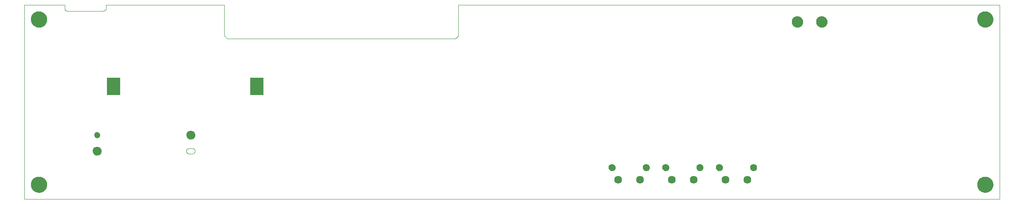
<source format=gbs>
G75*
%MOIN*%
%OFA0B0*%
%FSLAX25Y25*%
%IPPOS*%
%LPD*%
%AMOC8*
5,1,8,0,0,1.08239X$1,22.5*
%
%ADD10C,0.00000*%
%ADD11C,0.12998*%
%ADD12C,0.09061*%
%ADD13R,0.10636X0.14180*%
%ADD14C,0.04731*%
%ADD15C,0.07093*%
%ADD16C,0.06337*%
%ADD17C,0.05518*%
D10*
X0060586Y0028959D02*
X0060586Y0186439D01*
X0093066Y0186439D01*
X0093066Y0183487D01*
X0093068Y0183401D01*
X0093073Y0183315D01*
X0093083Y0183230D01*
X0093096Y0183145D01*
X0093113Y0183061D01*
X0093133Y0182977D01*
X0093157Y0182895D01*
X0093185Y0182814D01*
X0093216Y0182733D01*
X0093250Y0182655D01*
X0093288Y0182578D01*
X0093330Y0182503D01*
X0093374Y0182429D01*
X0093422Y0182358D01*
X0093473Y0182288D01*
X0093527Y0182221D01*
X0093583Y0182157D01*
X0093643Y0182095D01*
X0093705Y0182035D01*
X0093769Y0181979D01*
X0093836Y0181925D01*
X0093906Y0181874D01*
X0093977Y0181826D01*
X0094051Y0181782D01*
X0094126Y0181740D01*
X0094203Y0181702D01*
X0094281Y0181668D01*
X0094362Y0181637D01*
X0094443Y0181609D01*
X0094525Y0181585D01*
X0094609Y0181565D01*
X0094693Y0181548D01*
X0094778Y0181535D01*
X0094863Y0181525D01*
X0094949Y0181520D01*
X0095035Y0181518D01*
X0124562Y0181518D01*
X0124648Y0181520D01*
X0124734Y0181525D01*
X0124819Y0181535D01*
X0124904Y0181548D01*
X0124988Y0181565D01*
X0125072Y0181585D01*
X0125154Y0181609D01*
X0125235Y0181637D01*
X0125316Y0181668D01*
X0125394Y0181702D01*
X0125471Y0181740D01*
X0125547Y0181782D01*
X0125620Y0181826D01*
X0125691Y0181874D01*
X0125761Y0181925D01*
X0125828Y0181979D01*
X0125892Y0182035D01*
X0125954Y0182095D01*
X0126014Y0182157D01*
X0126070Y0182221D01*
X0126124Y0182288D01*
X0126175Y0182358D01*
X0126223Y0182429D01*
X0126267Y0182503D01*
X0126309Y0182578D01*
X0126347Y0182655D01*
X0126381Y0182733D01*
X0126412Y0182814D01*
X0126440Y0182895D01*
X0126464Y0182977D01*
X0126484Y0183061D01*
X0126501Y0183145D01*
X0126514Y0183230D01*
X0126524Y0183315D01*
X0126529Y0183401D01*
X0126531Y0183487D01*
X0126531Y0186439D01*
X0222003Y0186439D01*
X0222003Y0162817D01*
X0222005Y0162693D01*
X0222011Y0162570D01*
X0222020Y0162446D01*
X0222034Y0162324D01*
X0222051Y0162201D01*
X0222073Y0162079D01*
X0222098Y0161958D01*
X0222127Y0161838D01*
X0222159Y0161719D01*
X0222196Y0161600D01*
X0222236Y0161483D01*
X0222279Y0161368D01*
X0222327Y0161253D01*
X0222378Y0161141D01*
X0222432Y0161030D01*
X0222490Y0160920D01*
X0222551Y0160813D01*
X0222616Y0160707D01*
X0222684Y0160604D01*
X0222755Y0160503D01*
X0222829Y0160404D01*
X0222906Y0160307D01*
X0222987Y0160213D01*
X0223070Y0160122D01*
X0223156Y0160033D01*
X0223245Y0159947D01*
X0223336Y0159864D01*
X0223430Y0159783D01*
X0223527Y0159706D01*
X0223626Y0159632D01*
X0223727Y0159561D01*
X0223830Y0159493D01*
X0223936Y0159428D01*
X0224043Y0159367D01*
X0224153Y0159309D01*
X0224264Y0159255D01*
X0224376Y0159204D01*
X0224491Y0159156D01*
X0224606Y0159113D01*
X0224723Y0159073D01*
X0224842Y0159036D01*
X0224961Y0159004D01*
X0225081Y0158975D01*
X0225202Y0158950D01*
X0225324Y0158928D01*
X0225447Y0158911D01*
X0225569Y0158897D01*
X0225693Y0158888D01*
X0225816Y0158882D01*
X0225940Y0158880D01*
X0407043Y0158880D01*
X0407167Y0158882D01*
X0407290Y0158888D01*
X0407414Y0158897D01*
X0407536Y0158911D01*
X0407659Y0158928D01*
X0407781Y0158950D01*
X0407902Y0158975D01*
X0408022Y0159004D01*
X0408141Y0159036D01*
X0408260Y0159073D01*
X0408377Y0159113D01*
X0408492Y0159156D01*
X0408607Y0159204D01*
X0408719Y0159255D01*
X0408830Y0159309D01*
X0408940Y0159367D01*
X0409047Y0159428D01*
X0409153Y0159493D01*
X0409256Y0159561D01*
X0409357Y0159632D01*
X0409456Y0159706D01*
X0409553Y0159783D01*
X0409647Y0159864D01*
X0409738Y0159947D01*
X0409827Y0160033D01*
X0409913Y0160122D01*
X0409996Y0160213D01*
X0410077Y0160307D01*
X0410154Y0160404D01*
X0410228Y0160503D01*
X0410299Y0160604D01*
X0410367Y0160707D01*
X0410432Y0160813D01*
X0410493Y0160920D01*
X0410551Y0161030D01*
X0410605Y0161141D01*
X0410656Y0161253D01*
X0410704Y0161368D01*
X0410747Y0161483D01*
X0410787Y0161600D01*
X0410824Y0161719D01*
X0410856Y0161838D01*
X0410885Y0161958D01*
X0410910Y0162079D01*
X0410932Y0162201D01*
X0410949Y0162324D01*
X0410963Y0162446D01*
X0410972Y0162570D01*
X0410978Y0162693D01*
X0410980Y0162817D01*
X0410980Y0186439D01*
X0847987Y0186439D01*
X0847987Y0028959D01*
X0060586Y0028959D01*
X0066098Y0040770D02*
X0066100Y0040928D01*
X0066106Y0041086D01*
X0066116Y0041244D01*
X0066130Y0041402D01*
X0066148Y0041559D01*
X0066169Y0041716D01*
X0066195Y0041872D01*
X0066225Y0042028D01*
X0066258Y0042183D01*
X0066296Y0042336D01*
X0066337Y0042489D01*
X0066382Y0042641D01*
X0066431Y0042792D01*
X0066484Y0042941D01*
X0066540Y0043089D01*
X0066600Y0043235D01*
X0066664Y0043380D01*
X0066732Y0043523D01*
X0066803Y0043665D01*
X0066877Y0043805D01*
X0066955Y0043942D01*
X0067037Y0044078D01*
X0067121Y0044212D01*
X0067210Y0044343D01*
X0067301Y0044472D01*
X0067396Y0044599D01*
X0067493Y0044724D01*
X0067594Y0044846D01*
X0067698Y0044965D01*
X0067805Y0045082D01*
X0067915Y0045196D01*
X0068028Y0045307D01*
X0068143Y0045416D01*
X0068261Y0045521D01*
X0068382Y0045623D01*
X0068505Y0045723D01*
X0068631Y0045819D01*
X0068759Y0045912D01*
X0068889Y0046002D01*
X0069022Y0046088D01*
X0069157Y0046172D01*
X0069293Y0046251D01*
X0069432Y0046328D01*
X0069573Y0046400D01*
X0069715Y0046470D01*
X0069859Y0046535D01*
X0070005Y0046597D01*
X0070152Y0046655D01*
X0070301Y0046710D01*
X0070451Y0046761D01*
X0070602Y0046808D01*
X0070754Y0046851D01*
X0070907Y0046890D01*
X0071062Y0046926D01*
X0071217Y0046957D01*
X0071373Y0046985D01*
X0071529Y0047009D01*
X0071686Y0047029D01*
X0071844Y0047045D01*
X0072001Y0047057D01*
X0072160Y0047065D01*
X0072318Y0047069D01*
X0072476Y0047069D01*
X0072634Y0047065D01*
X0072793Y0047057D01*
X0072950Y0047045D01*
X0073108Y0047029D01*
X0073265Y0047009D01*
X0073421Y0046985D01*
X0073577Y0046957D01*
X0073732Y0046926D01*
X0073887Y0046890D01*
X0074040Y0046851D01*
X0074192Y0046808D01*
X0074343Y0046761D01*
X0074493Y0046710D01*
X0074642Y0046655D01*
X0074789Y0046597D01*
X0074935Y0046535D01*
X0075079Y0046470D01*
X0075221Y0046400D01*
X0075362Y0046328D01*
X0075501Y0046251D01*
X0075637Y0046172D01*
X0075772Y0046088D01*
X0075905Y0046002D01*
X0076035Y0045912D01*
X0076163Y0045819D01*
X0076289Y0045723D01*
X0076412Y0045623D01*
X0076533Y0045521D01*
X0076651Y0045416D01*
X0076766Y0045307D01*
X0076879Y0045196D01*
X0076989Y0045082D01*
X0077096Y0044965D01*
X0077200Y0044846D01*
X0077301Y0044724D01*
X0077398Y0044599D01*
X0077493Y0044472D01*
X0077584Y0044343D01*
X0077673Y0044212D01*
X0077757Y0044078D01*
X0077839Y0043942D01*
X0077917Y0043805D01*
X0077991Y0043665D01*
X0078062Y0043523D01*
X0078130Y0043380D01*
X0078194Y0043235D01*
X0078254Y0043089D01*
X0078310Y0042941D01*
X0078363Y0042792D01*
X0078412Y0042641D01*
X0078457Y0042489D01*
X0078498Y0042336D01*
X0078536Y0042183D01*
X0078569Y0042028D01*
X0078599Y0041872D01*
X0078625Y0041716D01*
X0078646Y0041559D01*
X0078664Y0041402D01*
X0078678Y0041244D01*
X0078688Y0041086D01*
X0078694Y0040928D01*
X0078696Y0040770D01*
X0078694Y0040612D01*
X0078688Y0040454D01*
X0078678Y0040296D01*
X0078664Y0040138D01*
X0078646Y0039981D01*
X0078625Y0039824D01*
X0078599Y0039668D01*
X0078569Y0039512D01*
X0078536Y0039357D01*
X0078498Y0039204D01*
X0078457Y0039051D01*
X0078412Y0038899D01*
X0078363Y0038748D01*
X0078310Y0038599D01*
X0078254Y0038451D01*
X0078194Y0038305D01*
X0078130Y0038160D01*
X0078062Y0038017D01*
X0077991Y0037875D01*
X0077917Y0037735D01*
X0077839Y0037598D01*
X0077757Y0037462D01*
X0077673Y0037328D01*
X0077584Y0037197D01*
X0077493Y0037068D01*
X0077398Y0036941D01*
X0077301Y0036816D01*
X0077200Y0036694D01*
X0077096Y0036575D01*
X0076989Y0036458D01*
X0076879Y0036344D01*
X0076766Y0036233D01*
X0076651Y0036124D01*
X0076533Y0036019D01*
X0076412Y0035917D01*
X0076289Y0035817D01*
X0076163Y0035721D01*
X0076035Y0035628D01*
X0075905Y0035538D01*
X0075772Y0035452D01*
X0075637Y0035368D01*
X0075501Y0035289D01*
X0075362Y0035212D01*
X0075221Y0035140D01*
X0075079Y0035070D01*
X0074935Y0035005D01*
X0074789Y0034943D01*
X0074642Y0034885D01*
X0074493Y0034830D01*
X0074343Y0034779D01*
X0074192Y0034732D01*
X0074040Y0034689D01*
X0073887Y0034650D01*
X0073732Y0034614D01*
X0073577Y0034583D01*
X0073421Y0034555D01*
X0073265Y0034531D01*
X0073108Y0034511D01*
X0072950Y0034495D01*
X0072793Y0034483D01*
X0072634Y0034475D01*
X0072476Y0034471D01*
X0072318Y0034471D01*
X0072160Y0034475D01*
X0072001Y0034483D01*
X0071844Y0034495D01*
X0071686Y0034511D01*
X0071529Y0034531D01*
X0071373Y0034555D01*
X0071217Y0034583D01*
X0071062Y0034614D01*
X0070907Y0034650D01*
X0070754Y0034689D01*
X0070602Y0034732D01*
X0070451Y0034779D01*
X0070301Y0034830D01*
X0070152Y0034885D01*
X0070005Y0034943D01*
X0069859Y0035005D01*
X0069715Y0035070D01*
X0069573Y0035140D01*
X0069432Y0035212D01*
X0069293Y0035289D01*
X0069157Y0035368D01*
X0069022Y0035452D01*
X0068889Y0035538D01*
X0068759Y0035628D01*
X0068631Y0035721D01*
X0068505Y0035817D01*
X0068382Y0035917D01*
X0068261Y0036019D01*
X0068143Y0036124D01*
X0068028Y0036233D01*
X0067915Y0036344D01*
X0067805Y0036458D01*
X0067698Y0036575D01*
X0067594Y0036694D01*
X0067493Y0036816D01*
X0067396Y0036941D01*
X0067301Y0037068D01*
X0067210Y0037197D01*
X0067121Y0037328D01*
X0067037Y0037462D01*
X0066955Y0037598D01*
X0066877Y0037735D01*
X0066803Y0037875D01*
X0066732Y0038017D01*
X0066664Y0038160D01*
X0066600Y0038305D01*
X0066540Y0038451D01*
X0066484Y0038599D01*
X0066431Y0038748D01*
X0066382Y0038899D01*
X0066337Y0039051D01*
X0066296Y0039204D01*
X0066258Y0039357D01*
X0066225Y0039512D01*
X0066195Y0039668D01*
X0066169Y0039824D01*
X0066148Y0039981D01*
X0066130Y0040138D01*
X0066116Y0040296D01*
X0066106Y0040454D01*
X0066100Y0040612D01*
X0066098Y0040770D01*
X0115901Y0067935D02*
X0115903Y0068050D01*
X0115909Y0068166D01*
X0115919Y0068281D01*
X0115933Y0068396D01*
X0115951Y0068510D01*
X0115973Y0068623D01*
X0115998Y0068736D01*
X0116028Y0068847D01*
X0116061Y0068958D01*
X0116098Y0069067D01*
X0116139Y0069175D01*
X0116184Y0069282D01*
X0116232Y0069387D01*
X0116284Y0069490D01*
X0116340Y0069591D01*
X0116399Y0069691D01*
X0116461Y0069788D01*
X0116527Y0069883D01*
X0116595Y0069976D01*
X0116667Y0070066D01*
X0116742Y0070154D01*
X0116821Y0070239D01*
X0116902Y0070321D01*
X0116985Y0070401D01*
X0117072Y0070477D01*
X0117161Y0070551D01*
X0117252Y0070621D01*
X0117346Y0070689D01*
X0117442Y0070753D01*
X0117541Y0070813D01*
X0117641Y0070870D01*
X0117743Y0070924D01*
X0117847Y0070974D01*
X0117953Y0071021D01*
X0118060Y0071064D01*
X0118169Y0071103D01*
X0118279Y0071138D01*
X0118390Y0071169D01*
X0118502Y0071197D01*
X0118615Y0071221D01*
X0118729Y0071241D01*
X0118844Y0071257D01*
X0118959Y0071269D01*
X0119074Y0071277D01*
X0119189Y0071281D01*
X0119305Y0071281D01*
X0119420Y0071277D01*
X0119535Y0071269D01*
X0119650Y0071257D01*
X0119765Y0071241D01*
X0119879Y0071221D01*
X0119992Y0071197D01*
X0120104Y0071169D01*
X0120215Y0071138D01*
X0120325Y0071103D01*
X0120434Y0071064D01*
X0120541Y0071021D01*
X0120647Y0070974D01*
X0120751Y0070924D01*
X0120853Y0070870D01*
X0120953Y0070813D01*
X0121052Y0070753D01*
X0121148Y0070689D01*
X0121242Y0070621D01*
X0121333Y0070551D01*
X0121422Y0070477D01*
X0121509Y0070401D01*
X0121592Y0070321D01*
X0121673Y0070239D01*
X0121752Y0070154D01*
X0121827Y0070066D01*
X0121899Y0069976D01*
X0121967Y0069883D01*
X0122033Y0069788D01*
X0122095Y0069691D01*
X0122154Y0069591D01*
X0122210Y0069490D01*
X0122262Y0069387D01*
X0122310Y0069282D01*
X0122355Y0069175D01*
X0122396Y0069067D01*
X0122433Y0068958D01*
X0122466Y0068847D01*
X0122496Y0068736D01*
X0122521Y0068623D01*
X0122543Y0068510D01*
X0122561Y0068396D01*
X0122575Y0068281D01*
X0122585Y0068166D01*
X0122591Y0068050D01*
X0122593Y0067935D01*
X0122591Y0067820D01*
X0122585Y0067704D01*
X0122575Y0067589D01*
X0122561Y0067474D01*
X0122543Y0067360D01*
X0122521Y0067247D01*
X0122496Y0067134D01*
X0122466Y0067023D01*
X0122433Y0066912D01*
X0122396Y0066803D01*
X0122355Y0066695D01*
X0122310Y0066588D01*
X0122262Y0066483D01*
X0122210Y0066380D01*
X0122154Y0066279D01*
X0122095Y0066179D01*
X0122033Y0066082D01*
X0121967Y0065987D01*
X0121899Y0065894D01*
X0121827Y0065804D01*
X0121752Y0065716D01*
X0121673Y0065631D01*
X0121592Y0065549D01*
X0121509Y0065469D01*
X0121422Y0065393D01*
X0121333Y0065319D01*
X0121242Y0065249D01*
X0121148Y0065181D01*
X0121052Y0065117D01*
X0120953Y0065057D01*
X0120853Y0065000D01*
X0120751Y0064946D01*
X0120647Y0064896D01*
X0120541Y0064849D01*
X0120434Y0064806D01*
X0120325Y0064767D01*
X0120215Y0064732D01*
X0120104Y0064701D01*
X0119992Y0064673D01*
X0119879Y0064649D01*
X0119765Y0064629D01*
X0119650Y0064613D01*
X0119535Y0064601D01*
X0119420Y0064593D01*
X0119305Y0064589D01*
X0119189Y0064589D01*
X0119074Y0064593D01*
X0118959Y0064601D01*
X0118844Y0064613D01*
X0118729Y0064629D01*
X0118615Y0064649D01*
X0118502Y0064673D01*
X0118390Y0064701D01*
X0118279Y0064732D01*
X0118169Y0064767D01*
X0118060Y0064806D01*
X0117953Y0064849D01*
X0117847Y0064896D01*
X0117743Y0064946D01*
X0117641Y0065000D01*
X0117541Y0065057D01*
X0117442Y0065117D01*
X0117346Y0065181D01*
X0117252Y0065249D01*
X0117161Y0065319D01*
X0117072Y0065393D01*
X0116985Y0065469D01*
X0116902Y0065549D01*
X0116821Y0065631D01*
X0116742Y0065716D01*
X0116667Y0065804D01*
X0116595Y0065894D01*
X0116527Y0065987D01*
X0116461Y0066082D01*
X0116399Y0066179D01*
X0116340Y0066279D01*
X0116284Y0066380D01*
X0116232Y0066483D01*
X0116184Y0066588D01*
X0116139Y0066695D01*
X0116098Y0066803D01*
X0116061Y0066912D01*
X0116028Y0067023D01*
X0115998Y0067134D01*
X0115973Y0067247D01*
X0115951Y0067360D01*
X0115933Y0067474D01*
X0115919Y0067589D01*
X0115909Y0067704D01*
X0115903Y0067820D01*
X0115901Y0067935D01*
X0117082Y0080928D02*
X0117084Y0081021D01*
X0117090Y0081113D01*
X0117100Y0081205D01*
X0117114Y0081296D01*
X0117131Y0081387D01*
X0117153Y0081477D01*
X0117178Y0081566D01*
X0117207Y0081654D01*
X0117240Y0081740D01*
X0117277Y0081825D01*
X0117317Y0081909D01*
X0117361Y0081990D01*
X0117408Y0082070D01*
X0117458Y0082148D01*
X0117512Y0082223D01*
X0117569Y0082296D01*
X0117629Y0082366D01*
X0117692Y0082434D01*
X0117758Y0082499D01*
X0117826Y0082561D01*
X0117897Y0082621D01*
X0117971Y0082677D01*
X0118047Y0082730D01*
X0118125Y0082779D01*
X0118205Y0082826D01*
X0118287Y0082868D01*
X0118371Y0082908D01*
X0118456Y0082943D01*
X0118543Y0082975D01*
X0118631Y0083004D01*
X0118720Y0083028D01*
X0118810Y0083049D01*
X0118901Y0083065D01*
X0118993Y0083078D01*
X0119085Y0083087D01*
X0119178Y0083092D01*
X0119270Y0083093D01*
X0119363Y0083090D01*
X0119455Y0083083D01*
X0119547Y0083072D01*
X0119638Y0083057D01*
X0119729Y0083039D01*
X0119819Y0083016D01*
X0119907Y0082990D01*
X0119995Y0082960D01*
X0120081Y0082926D01*
X0120165Y0082889D01*
X0120248Y0082847D01*
X0120329Y0082803D01*
X0120409Y0082755D01*
X0120486Y0082704D01*
X0120560Y0082649D01*
X0120633Y0082591D01*
X0120703Y0082531D01*
X0120770Y0082467D01*
X0120834Y0082401D01*
X0120896Y0082331D01*
X0120954Y0082260D01*
X0121009Y0082186D01*
X0121061Y0082109D01*
X0121110Y0082030D01*
X0121156Y0081950D01*
X0121198Y0081867D01*
X0121236Y0081783D01*
X0121271Y0081697D01*
X0121302Y0081610D01*
X0121329Y0081522D01*
X0121352Y0081432D01*
X0121372Y0081342D01*
X0121388Y0081251D01*
X0121400Y0081159D01*
X0121408Y0081067D01*
X0121412Y0080974D01*
X0121412Y0080882D01*
X0121408Y0080789D01*
X0121400Y0080697D01*
X0121388Y0080605D01*
X0121372Y0080514D01*
X0121352Y0080424D01*
X0121329Y0080334D01*
X0121302Y0080246D01*
X0121271Y0080159D01*
X0121236Y0080073D01*
X0121198Y0079989D01*
X0121156Y0079906D01*
X0121110Y0079826D01*
X0121061Y0079747D01*
X0121009Y0079670D01*
X0120954Y0079596D01*
X0120896Y0079525D01*
X0120834Y0079455D01*
X0120770Y0079389D01*
X0120703Y0079325D01*
X0120633Y0079265D01*
X0120560Y0079207D01*
X0120486Y0079152D01*
X0120409Y0079101D01*
X0120330Y0079053D01*
X0120248Y0079009D01*
X0120165Y0078967D01*
X0120081Y0078930D01*
X0119995Y0078896D01*
X0119907Y0078866D01*
X0119819Y0078840D01*
X0119729Y0078817D01*
X0119638Y0078799D01*
X0119547Y0078784D01*
X0119455Y0078773D01*
X0119363Y0078766D01*
X0119270Y0078763D01*
X0119178Y0078764D01*
X0119085Y0078769D01*
X0118993Y0078778D01*
X0118901Y0078791D01*
X0118810Y0078807D01*
X0118720Y0078828D01*
X0118631Y0078852D01*
X0118543Y0078881D01*
X0118456Y0078913D01*
X0118371Y0078948D01*
X0118287Y0078988D01*
X0118205Y0079030D01*
X0118125Y0079077D01*
X0118047Y0079126D01*
X0117971Y0079179D01*
X0117897Y0079235D01*
X0117826Y0079295D01*
X0117758Y0079357D01*
X0117692Y0079422D01*
X0117629Y0079490D01*
X0117569Y0079560D01*
X0117512Y0079633D01*
X0117458Y0079708D01*
X0117408Y0079786D01*
X0117361Y0079866D01*
X0117317Y0079947D01*
X0117277Y0080031D01*
X0117240Y0080116D01*
X0117207Y0080202D01*
X0117178Y0080290D01*
X0117153Y0080379D01*
X0117131Y0080469D01*
X0117114Y0080560D01*
X0117100Y0080651D01*
X0117090Y0080743D01*
X0117084Y0080835D01*
X0117082Y0080928D01*
X0193460Y0070101D02*
X0196216Y0070101D01*
X0196308Y0070095D01*
X0196399Y0070085D01*
X0196490Y0070071D01*
X0196580Y0070053D01*
X0196669Y0070032D01*
X0196758Y0070006D01*
X0196845Y0069977D01*
X0196931Y0069945D01*
X0197015Y0069909D01*
X0197098Y0069869D01*
X0197179Y0069826D01*
X0197258Y0069779D01*
X0197335Y0069729D01*
X0197410Y0069676D01*
X0197483Y0069619D01*
X0197553Y0069560D01*
X0197620Y0069498D01*
X0197685Y0069433D01*
X0197747Y0069365D01*
X0197807Y0069295D01*
X0197863Y0069222D01*
X0197916Y0069147D01*
X0197965Y0069070D01*
X0198012Y0068991D01*
X0198055Y0068909D01*
X0198094Y0068826D01*
X0198130Y0068742D01*
X0198163Y0068656D01*
X0198191Y0068569D01*
X0198216Y0068480D01*
X0198238Y0068391D01*
X0198255Y0068301D01*
X0198269Y0068210D01*
X0198278Y0068119D01*
X0198284Y0068027D01*
X0198286Y0067935D01*
X0198284Y0067843D01*
X0198278Y0067751D01*
X0198269Y0067660D01*
X0198255Y0067569D01*
X0198238Y0067479D01*
X0198216Y0067390D01*
X0198191Y0067301D01*
X0198163Y0067214D01*
X0198130Y0067128D01*
X0198094Y0067044D01*
X0198055Y0066961D01*
X0198012Y0066879D01*
X0197965Y0066800D01*
X0197916Y0066723D01*
X0197863Y0066648D01*
X0197807Y0066575D01*
X0197747Y0066505D01*
X0197685Y0066437D01*
X0197620Y0066372D01*
X0197553Y0066310D01*
X0197483Y0066251D01*
X0197410Y0066194D01*
X0197335Y0066141D01*
X0197258Y0066091D01*
X0197179Y0066044D01*
X0197098Y0066001D01*
X0197015Y0065961D01*
X0196931Y0065925D01*
X0196845Y0065893D01*
X0196758Y0065864D01*
X0196669Y0065838D01*
X0196580Y0065817D01*
X0196490Y0065799D01*
X0196399Y0065785D01*
X0196308Y0065775D01*
X0196216Y0065769D01*
X0196216Y0065770D02*
X0193460Y0065770D01*
X0193368Y0065772D01*
X0193276Y0065778D01*
X0193185Y0065788D01*
X0193094Y0065801D01*
X0193004Y0065819D01*
X0192914Y0065840D01*
X0192826Y0065865D01*
X0192739Y0065894D01*
X0192653Y0065926D01*
X0192568Y0065962D01*
X0192485Y0066002D01*
X0192404Y0066045D01*
X0192325Y0066091D01*
X0192248Y0066141D01*
X0192173Y0066194D01*
X0192100Y0066251D01*
X0192030Y0066310D01*
X0191962Y0066372D01*
X0191897Y0066437D01*
X0191835Y0066505D01*
X0191776Y0066575D01*
X0191719Y0066648D01*
X0191666Y0066723D01*
X0191616Y0066800D01*
X0191570Y0066879D01*
X0191527Y0066960D01*
X0191487Y0067043D01*
X0191451Y0067128D01*
X0191419Y0067214D01*
X0191390Y0067301D01*
X0191365Y0067389D01*
X0191344Y0067479D01*
X0191326Y0067569D01*
X0191313Y0067660D01*
X0191303Y0067751D01*
X0191297Y0067843D01*
X0191295Y0067935D01*
X0191297Y0068027D01*
X0191303Y0068119D01*
X0191313Y0068210D01*
X0191326Y0068301D01*
X0191344Y0068391D01*
X0191365Y0068481D01*
X0191390Y0068569D01*
X0191419Y0068656D01*
X0191451Y0068742D01*
X0191487Y0068827D01*
X0191527Y0068910D01*
X0191570Y0068991D01*
X0191616Y0069070D01*
X0191666Y0069147D01*
X0191719Y0069222D01*
X0191776Y0069295D01*
X0191835Y0069365D01*
X0191897Y0069433D01*
X0191962Y0069498D01*
X0192030Y0069560D01*
X0192100Y0069619D01*
X0192173Y0069676D01*
X0192248Y0069729D01*
X0192325Y0069779D01*
X0192404Y0069825D01*
X0192485Y0069868D01*
X0192568Y0069908D01*
X0192653Y0069944D01*
X0192739Y0069976D01*
X0192826Y0070005D01*
X0192914Y0070030D01*
X0193004Y0070051D01*
X0193094Y0070069D01*
X0193185Y0070082D01*
X0193276Y0070092D01*
X0193368Y0070098D01*
X0193460Y0070100D01*
X0191492Y0080928D02*
X0191494Y0081043D01*
X0191500Y0081159D01*
X0191510Y0081274D01*
X0191524Y0081389D01*
X0191542Y0081503D01*
X0191564Y0081616D01*
X0191589Y0081729D01*
X0191619Y0081840D01*
X0191652Y0081951D01*
X0191689Y0082060D01*
X0191730Y0082168D01*
X0191775Y0082275D01*
X0191823Y0082380D01*
X0191875Y0082483D01*
X0191931Y0082584D01*
X0191990Y0082684D01*
X0192052Y0082781D01*
X0192118Y0082876D01*
X0192186Y0082969D01*
X0192258Y0083059D01*
X0192333Y0083147D01*
X0192412Y0083232D01*
X0192493Y0083314D01*
X0192576Y0083394D01*
X0192663Y0083470D01*
X0192752Y0083544D01*
X0192843Y0083614D01*
X0192937Y0083682D01*
X0193033Y0083746D01*
X0193132Y0083806D01*
X0193232Y0083863D01*
X0193334Y0083917D01*
X0193438Y0083967D01*
X0193544Y0084014D01*
X0193651Y0084057D01*
X0193760Y0084096D01*
X0193870Y0084131D01*
X0193981Y0084162D01*
X0194093Y0084190D01*
X0194206Y0084214D01*
X0194320Y0084234D01*
X0194435Y0084250D01*
X0194550Y0084262D01*
X0194665Y0084270D01*
X0194780Y0084274D01*
X0194896Y0084274D01*
X0195011Y0084270D01*
X0195126Y0084262D01*
X0195241Y0084250D01*
X0195356Y0084234D01*
X0195470Y0084214D01*
X0195583Y0084190D01*
X0195695Y0084162D01*
X0195806Y0084131D01*
X0195916Y0084096D01*
X0196025Y0084057D01*
X0196132Y0084014D01*
X0196238Y0083967D01*
X0196342Y0083917D01*
X0196444Y0083863D01*
X0196544Y0083806D01*
X0196643Y0083746D01*
X0196739Y0083682D01*
X0196833Y0083614D01*
X0196924Y0083544D01*
X0197013Y0083470D01*
X0197100Y0083394D01*
X0197183Y0083314D01*
X0197264Y0083232D01*
X0197343Y0083147D01*
X0197418Y0083059D01*
X0197490Y0082969D01*
X0197558Y0082876D01*
X0197624Y0082781D01*
X0197686Y0082684D01*
X0197745Y0082584D01*
X0197801Y0082483D01*
X0197853Y0082380D01*
X0197901Y0082275D01*
X0197946Y0082168D01*
X0197987Y0082060D01*
X0198024Y0081951D01*
X0198057Y0081840D01*
X0198087Y0081729D01*
X0198112Y0081616D01*
X0198134Y0081503D01*
X0198152Y0081389D01*
X0198166Y0081274D01*
X0198176Y0081159D01*
X0198182Y0081043D01*
X0198184Y0080928D01*
X0198182Y0080813D01*
X0198176Y0080697D01*
X0198166Y0080582D01*
X0198152Y0080467D01*
X0198134Y0080353D01*
X0198112Y0080240D01*
X0198087Y0080127D01*
X0198057Y0080016D01*
X0198024Y0079905D01*
X0197987Y0079796D01*
X0197946Y0079688D01*
X0197901Y0079581D01*
X0197853Y0079476D01*
X0197801Y0079373D01*
X0197745Y0079272D01*
X0197686Y0079172D01*
X0197624Y0079075D01*
X0197558Y0078980D01*
X0197490Y0078887D01*
X0197418Y0078797D01*
X0197343Y0078709D01*
X0197264Y0078624D01*
X0197183Y0078542D01*
X0197100Y0078462D01*
X0197013Y0078386D01*
X0196924Y0078312D01*
X0196833Y0078242D01*
X0196739Y0078174D01*
X0196643Y0078110D01*
X0196544Y0078050D01*
X0196444Y0077993D01*
X0196342Y0077939D01*
X0196238Y0077889D01*
X0196132Y0077842D01*
X0196025Y0077799D01*
X0195916Y0077760D01*
X0195806Y0077725D01*
X0195695Y0077694D01*
X0195583Y0077666D01*
X0195470Y0077642D01*
X0195356Y0077622D01*
X0195241Y0077606D01*
X0195126Y0077594D01*
X0195011Y0077586D01*
X0194896Y0077582D01*
X0194780Y0077582D01*
X0194665Y0077586D01*
X0194550Y0077594D01*
X0194435Y0077606D01*
X0194320Y0077622D01*
X0194206Y0077642D01*
X0194093Y0077666D01*
X0193981Y0077694D01*
X0193870Y0077725D01*
X0193760Y0077760D01*
X0193651Y0077799D01*
X0193544Y0077842D01*
X0193438Y0077889D01*
X0193334Y0077939D01*
X0193232Y0077993D01*
X0193132Y0078050D01*
X0193033Y0078110D01*
X0192937Y0078174D01*
X0192843Y0078242D01*
X0192752Y0078312D01*
X0192663Y0078386D01*
X0192576Y0078462D01*
X0192493Y0078542D01*
X0192412Y0078624D01*
X0192333Y0078709D01*
X0192258Y0078797D01*
X0192186Y0078887D01*
X0192118Y0078980D01*
X0192052Y0079075D01*
X0191990Y0079172D01*
X0191931Y0079272D01*
X0191875Y0079373D01*
X0191823Y0079476D01*
X0191775Y0079581D01*
X0191730Y0079688D01*
X0191689Y0079796D01*
X0191652Y0079905D01*
X0191619Y0080016D01*
X0191589Y0080127D01*
X0191564Y0080240D01*
X0191542Y0080353D01*
X0191524Y0080467D01*
X0191510Y0080582D01*
X0191500Y0080697D01*
X0191494Y0080813D01*
X0191492Y0080928D01*
X0066098Y0174628D02*
X0066100Y0174786D01*
X0066106Y0174944D01*
X0066116Y0175102D01*
X0066130Y0175260D01*
X0066148Y0175417D01*
X0066169Y0175574D01*
X0066195Y0175730D01*
X0066225Y0175886D01*
X0066258Y0176041D01*
X0066296Y0176194D01*
X0066337Y0176347D01*
X0066382Y0176499D01*
X0066431Y0176650D01*
X0066484Y0176799D01*
X0066540Y0176947D01*
X0066600Y0177093D01*
X0066664Y0177238D01*
X0066732Y0177381D01*
X0066803Y0177523D01*
X0066877Y0177663D01*
X0066955Y0177800D01*
X0067037Y0177936D01*
X0067121Y0178070D01*
X0067210Y0178201D01*
X0067301Y0178330D01*
X0067396Y0178457D01*
X0067493Y0178582D01*
X0067594Y0178704D01*
X0067698Y0178823D01*
X0067805Y0178940D01*
X0067915Y0179054D01*
X0068028Y0179165D01*
X0068143Y0179274D01*
X0068261Y0179379D01*
X0068382Y0179481D01*
X0068505Y0179581D01*
X0068631Y0179677D01*
X0068759Y0179770D01*
X0068889Y0179860D01*
X0069022Y0179946D01*
X0069157Y0180030D01*
X0069293Y0180109D01*
X0069432Y0180186D01*
X0069573Y0180258D01*
X0069715Y0180328D01*
X0069859Y0180393D01*
X0070005Y0180455D01*
X0070152Y0180513D01*
X0070301Y0180568D01*
X0070451Y0180619D01*
X0070602Y0180666D01*
X0070754Y0180709D01*
X0070907Y0180748D01*
X0071062Y0180784D01*
X0071217Y0180815D01*
X0071373Y0180843D01*
X0071529Y0180867D01*
X0071686Y0180887D01*
X0071844Y0180903D01*
X0072001Y0180915D01*
X0072160Y0180923D01*
X0072318Y0180927D01*
X0072476Y0180927D01*
X0072634Y0180923D01*
X0072793Y0180915D01*
X0072950Y0180903D01*
X0073108Y0180887D01*
X0073265Y0180867D01*
X0073421Y0180843D01*
X0073577Y0180815D01*
X0073732Y0180784D01*
X0073887Y0180748D01*
X0074040Y0180709D01*
X0074192Y0180666D01*
X0074343Y0180619D01*
X0074493Y0180568D01*
X0074642Y0180513D01*
X0074789Y0180455D01*
X0074935Y0180393D01*
X0075079Y0180328D01*
X0075221Y0180258D01*
X0075362Y0180186D01*
X0075501Y0180109D01*
X0075637Y0180030D01*
X0075772Y0179946D01*
X0075905Y0179860D01*
X0076035Y0179770D01*
X0076163Y0179677D01*
X0076289Y0179581D01*
X0076412Y0179481D01*
X0076533Y0179379D01*
X0076651Y0179274D01*
X0076766Y0179165D01*
X0076879Y0179054D01*
X0076989Y0178940D01*
X0077096Y0178823D01*
X0077200Y0178704D01*
X0077301Y0178582D01*
X0077398Y0178457D01*
X0077493Y0178330D01*
X0077584Y0178201D01*
X0077673Y0178070D01*
X0077757Y0177936D01*
X0077839Y0177800D01*
X0077917Y0177663D01*
X0077991Y0177523D01*
X0078062Y0177381D01*
X0078130Y0177238D01*
X0078194Y0177093D01*
X0078254Y0176947D01*
X0078310Y0176799D01*
X0078363Y0176650D01*
X0078412Y0176499D01*
X0078457Y0176347D01*
X0078498Y0176194D01*
X0078536Y0176041D01*
X0078569Y0175886D01*
X0078599Y0175730D01*
X0078625Y0175574D01*
X0078646Y0175417D01*
X0078664Y0175260D01*
X0078678Y0175102D01*
X0078688Y0174944D01*
X0078694Y0174786D01*
X0078696Y0174628D01*
X0078694Y0174470D01*
X0078688Y0174312D01*
X0078678Y0174154D01*
X0078664Y0173996D01*
X0078646Y0173839D01*
X0078625Y0173682D01*
X0078599Y0173526D01*
X0078569Y0173370D01*
X0078536Y0173215D01*
X0078498Y0173062D01*
X0078457Y0172909D01*
X0078412Y0172757D01*
X0078363Y0172606D01*
X0078310Y0172457D01*
X0078254Y0172309D01*
X0078194Y0172163D01*
X0078130Y0172018D01*
X0078062Y0171875D01*
X0077991Y0171733D01*
X0077917Y0171593D01*
X0077839Y0171456D01*
X0077757Y0171320D01*
X0077673Y0171186D01*
X0077584Y0171055D01*
X0077493Y0170926D01*
X0077398Y0170799D01*
X0077301Y0170674D01*
X0077200Y0170552D01*
X0077096Y0170433D01*
X0076989Y0170316D01*
X0076879Y0170202D01*
X0076766Y0170091D01*
X0076651Y0169982D01*
X0076533Y0169877D01*
X0076412Y0169775D01*
X0076289Y0169675D01*
X0076163Y0169579D01*
X0076035Y0169486D01*
X0075905Y0169396D01*
X0075772Y0169310D01*
X0075637Y0169226D01*
X0075501Y0169147D01*
X0075362Y0169070D01*
X0075221Y0168998D01*
X0075079Y0168928D01*
X0074935Y0168863D01*
X0074789Y0168801D01*
X0074642Y0168743D01*
X0074493Y0168688D01*
X0074343Y0168637D01*
X0074192Y0168590D01*
X0074040Y0168547D01*
X0073887Y0168508D01*
X0073732Y0168472D01*
X0073577Y0168441D01*
X0073421Y0168413D01*
X0073265Y0168389D01*
X0073108Y0168369D01*
X0072950Y0168353D01*
X0072793Y0168341D01*
X0072634Y0168333D01*
X0072476Y0168329D01*
X0072318Y0168329D01*
X0072160Y0168333D01*
X0072001Y0168341D01*
X0071844Y0168353D01*
X0071686Y0168369D01*
X0071529Y0168389D01*
X0071373Y0168413D01*
X0071217Y0168441D01*
X0071062Y0168472D01*
X0070907Y0168508D01*
X0070754Y0168547D01*
X0070602Y0168590D01*
X0070451Y0168637D01*
X0070301Y0168688D01*
X0070152Y0168743D01*
X0070005Y0168801D01*
X0069859Y0168863D01*
X0069715Y0168928D01*
X0069573Y0168998D01*
X0069432Y0169070D01*
X0069293Y0169147D01*
X0069157Y0169226D01*
X0069022Y0169310D01*
X0068889Y0169396D01*
X0068759Y0169486D01*
X0068631Y0169579D01*
X0068505Y0169675D01*
X0068382Y0169775D01*
X0068261Y0169877D01*
X0068143Y0169982D01*
X0068028Y0170091D01*
X0067915Y0170202D01*
X0067805Y0170316D01*
X0067698Y0170433D01*
X0067594Y0170552D01*
X0067493Y0170674D01*
X0067396Y0170799D01*
X0067301Y0170926D01*
X0067210Y0171055D01*
X0067121Y0171186D01*
X0067037Y0171320D01*
X0066955Y0171456D01*
X0066877Y0171593D01*
X0066803Y0171733D01*
X0066732Y0171875D01*
X0066664Y0172018D01*
X0066600Y0172163D01*
X0066540Y0172309D01*
X0066484Y0172457D01*
X0066431Y0172606D01*
X0066382Y0172757D01*
X0066337Y0172909D01*
X0066296Y0173062D01*
X0066258Y0173215D01*
X0066225Y0173370D01*
X0066195Y0173526D01*
X0066169Y0173682D01*
X0066148Y0173839D01*
X0066130Y0173996D01*
X0066116Y0174154D01*
X0066106Y0174312D01*
X0066100Y0174470D01*
X0066098Y0174628D01*
X0532436Y0054550D02*
X0532438Y0054651D01*
X0532444Y0054752D01*
X0532454Y0054853D01*
X0532468Y0054953D01*
X0532486Y0055052D01*
X0532508Y0055151D01*
X0532533Y0055249D01*
X0532563Y0055346D01*
X0532596Y0055441D01*
X0532633Y0055535D01*
X0532674Y0055628D01*
X0532718Y0055719D01*
X0532766Y0055808D01*
X0532818Y0055895D01*
X0532873Y0055980D01*
X0532931Y0056062D01*
X0532992Y0056143D01*
X0533057Y0056221D01*
X0533124Y0056296D01*
X0533194Y0056368D01*
X0533268Y0056438D01*
X0533344Y0056505D01*
X0533422Y0056569D01*
X0533503Y0056629D01*
X0533586Y0056686D01*
X0533672Y0056740D01*
X0533760Y0056791D01*
X0533849Y0056838D01*
X0533940Y0056882D01*
X0534033Y0056921D01*
X0534128Y0056958D01*
X0534223Y0056990D01*
X0534320Y0057019D01*
X0534419Y0057043D01*
X0534517Y0057064D01*
X0534617Y0057081D01*
X0534717Y0057094D01*
X0534818Y0057103D01*
X0534919Y0057108D01*
X0535020Y0057109D01*
X0535121Y0057106D01*
X0535222Y0057099D01*
X0535323Y0057088D01*
X0535423Y0057073D01*
X0535522Y0057054D01*
X0535621Y0057031D01*
X0535718Y0057005D01*
X0535815Y0056974D01*
X0535910Y0056940D01*
X0536003Y0056902D01*
X0536096Y0056860D01*
X0536186Y0056815D01*
X0536275Y0056766D01*
X0536361Y0056714D01*
X0536445Y0056658D01*
X0536528Y0056599D01*
X0536607Y0056537D01*
X0536685Y0056472D01*
X0536759Y0056404D01*
X0536831Y0056332D01*
X0536900Y0056259D01*
X0536966Y0056182D01*
X0537029Y0056103D01*
X0537089Y0056021D01*
X0537145Y0055937D01*
X0537198Y0055851D01*
X0537248Y0055763D01*
X0537294Y0055673D01*
X0537337Y0055582D01*
X0537376Y0055488D01*
X0537411Y0055393D01*
X0537442Y0055297D01*
X0537470Y0055200D01*
X0537494Y0055102D01*
X0537514Y0055003D01*
X0537530Y0054903D01*
X0537542Y0054802D01*
X0537550Y0054702D01*
X0537554Y0054601D01*
X0537554Y0054499D01*
X0537550Y0054398D01*
X0537542Y0054298D01*
X0537530Y0054197D01*
X0537514Y0054097D01*
X0537494Y0053998D01*
X0537470Y0053900D01*
X0537442Y0053803D01*
X0537411Y0053707D01*
X0537376Y0053612D01*
X0537337Y0053518D01*
X0537294Y0053427D01*
X0537248Y0053337D01*
X0537198Y0053249D01*
X0537145Y0053163D01*
X0537089Y0053079D01*
X0537029Y0052997D01*
X0536966Y0052918D01*
X0536900Y0052841D01*
X0536831Y0052768D01*
X0536759Y0052696D01*
X0536685Y0052628D01*
X0536607Y0052563D01*
X0536528Y0052501D01*
X0536445Y0052442D01*
X0536361Y0052386D01*
X0536274Y0052334D01*
X0536186Y0052285D01*
X0536096Y0052240D01*
X0536003Y0052198D01*
X0535910Y0052160D01*
X0535815Y0052126D01*
X0535718Y0052095D01*
X0535621Y0052069D01*
X0535522Y0052046D01*
X0535423Y0052027D01*
X0535323Y0052012D01*
X0535222Y0052001D01*
X0535121Y0051994D01*
X0535020Y0051991D01*
X0534919Y0051992D01*
X0534818Y0051997D01*
X0534717Y0052006D01*
X0534617Y0052019D01*
X0534517Y0052036D01*
X0534419Y0052057D01*
X0534320Y0052081D01*
X0534223Y0052110D01*
X0534128Y0052142D01*
X0534033Y0052179D01*
X0533940Y0052218D01*
X0533849Y0052262D01*
X0533760Y0052309D01*
X0533672Y0052360D01*
X0533586Y0052414D01*
X0533503Y0052471D01*
X0533422Y0052531D01*
X0533344Y0052595D01*
X0533268Y0052662D01*
X0533194Y0052732D01*
X0533124Y0052804D01*
X0533057Y0052879D01*
X0532992Y0052957D01*
X0532931Y0053038D01*
X0532873Y0053120D01*
X0532818Y0053205D01*
X0532766Y0053292D01*
X0532718Y0053381D01*
X0532674Y0053472D01*
X0532633Y0053565D01*
X0532596Y0053659D01*
X0532563Y0053754D01*
X0532533Y0053851D01*
X0532508Y0053949D01*
X0532486Y0054048D01*
X0532468Y0054147D01*
X0532454Y0054247D01*
X0532444Y0054348D01*
X0532438Y0054449D01*
X0532436Y0054550D01*
X0559995Y0054550D02*
X0559997Y0054651D01*
X0560003Y0054752D01*
X0560013Y0054853D01*
X0560027Y0054953D01*
X0560045Y0055052D01*
X0560067Y0055151D01*
X0560092Y0055249D01*
X0560122Y0055346D01*
X0560155Y0055441D01*
X0560192Y0055535D01*
X0560233Y0055628D01*
X0560277Y0055719D01*
X0560325Y0055808D01*
X0560377Y0055895D01*
X0560432Y0055980D01*
X0560490Y0056062D01*
X0560551Y0056143D01*
X0560616Y0056221D01*
X0560683Y0056296D01*
X0560753Y0056368D01*
X0560827Y0056438D01*
X0560903Y0056505D01*
X0560981Y0056569D01*
X0561062Y0056629D01*
X0561145Y0056686D01*
X0561231Y0056740D01*
X0561319Y0056791D01*
X0561408Y0056838D01*
X0561499Y0056882D01*
X0561592Y0056921D01*
X0561687Y0056958D01*
X0561782Y0056990D01*
X0561879Y0057019D01*
X0561978Y0057043D01*
X0562076Y0057064D01*
X0562176Y0057081D01*
X0562276Y0057094D01*
X0562377Y0057103D01*
X0562478Y0057108D01*
X0562579Y0057109D01*
X0562680Y0057106D01*
X0562781Y0057099D01*
X0562882Y0057088D01*
X0562982Y0057073D01*
X0563081Y0057054D01*
X0563180Y0057031D01*
X0563277Y0057005D01*
X0563374Y0056974D01*
X0563469Y0056940D01*
X0563562Y0056902D01*
X0563655Y0056860D01*
X0563745Y0056815D01*
X0563834Y0056766D01*
X0563920Y0056714D01*
X0564004Y0056658D01*
X0564087Y0056599D01*
X0564166Y0056537D01*
X0564244Y0056472D01*
X0564318Y0056404D01*
X0564390Y0056332D01*
X0564459Y0056259D01*
X0564525Y0056182D01*
X0564588Y0056103D01*
X0564648Y0056021D01*
X0564704Y0055937D01*
X0564757Y0055851D01*
X0564807Y0055763D01*
X0564853Y0055673D01*
X0564896Y0055582D01*
X0564935Y0055488D01*
X0564970Y0055393D01*
X0565001Y0055297D01*
X0565029Y0055200D01*
X0565053Y0055102D01*
X0565073Y0055003D01*
X0565089Y0054903D01*
X0565101Y0054802D01*
X0565109Y0054702D01*
X0565113Y0054601D01*
X0565113Y0054499D01*
X0565109Y0054398D01*
X0565101Y0054298D01*
X0565089Y0054197D01*
X0565073Y0054097D01*
X0565053Y0053998D01*
X0565029Y0053900D01*
X0565001Y0053803D01*
X0564970Y0053707D01*
X0564935Y0053612D01*
X0564896Y0053518D01*
X0564853Y0053427D01*
X0564807Y0053337D01*
X0564757Y0053249D01*
X0564704Y0053163D01*
X0564648Y0053079D01*
X0564588Y0052997D01*
X0564525Y0052918D01*
X0564459Y0052841D01*
X0564390Y0052768D01*
X0564318Y0052696D01*
X0564244Y0052628D01*
X0564166Y0052563D01*
X0564087Y0052501D01*
X0564004Y0052442D01*
X0563920Y0052386D01*
X0563833Y0052334D01*
X0563745Y0052285D01*
X0563655Y0052240D01*
X0563562Y0052198D01*
X0563469Y0052160D01*
X0563374Y0052126D01*
X0563277Y0052095D01*
X0563180Y0052069D01*
X0563081Y0052046D01*
X0562982Y0052027D01*
X0562882Y0052012D01*
X0562781Y0052001D01*
X0562680Y0051994D01*
X0562579Y0051991D01*
X0562478Y0051992D01*
X0562377Y0051997D01*
X0562276Y0052006D01*
X0562176Y0052019D01*
X0562076Y0052036D01*
X0561978Y0052057D01*
X0561879Y0052081D01*
X0561782Y0052110D01*
X0561687Y0052142D01*
X0561592Y0052179D01*
X0561499Y0052218D01*
X0561408Y0052262D01*
X0561319Y0052309D01*
X0561231Y0052360D01*
X0561145Y0052414D01*
X0561062Y0052471D01*
X0560981Y0052531D01*
X0560903Y0052595D01*
X0560827Y0052662D01*
X0560753Y0052732D01*
X0560683Y0052804D01*
X0560616Y0052879D01*
X0560551Y0052957D01*
X0560490Y0053038D01*
X0560432Y0053120D01*
X0560377Y0053205D01*
X0560325Y0053292D01*
X0560277Y0053381D01*
X0560233Y0053472D01*
X0560192Y0053565D01*
X0560155Y0053659D01*
X0560122Y0053754D01*
X0560092Y0053851D01*
X0560067Y0053949D01*
X0560045Y0054048D01*
X0560027Y0054147D01*
X0560013Y0054247D01*
X0560003Y0054348D01*
X0559997Y0054449D01*
X0559995Y0054550D01*
X0575743Y0054550D02*
X0575745Y0054651D01*
X0575751Y0054752D01*
X0575761Y0054853D01*
X0575775Y0054953D01*
X0575793Y0055052D01*
X0575815Y0055151D01*
X0575840Y0055249D01*
X0575870Y0055346D01*
X0575903Y0055441D01*
X0575940Y0055535D01*
X0575981Y0055628D01*
X0576025Y0055719D01*
X0576073Y0055808D01*
X0576125Y0055895D01*
X0576180Y0055980D01*
X0576238Y0056062D01*
X0576299Y0056143D01*
X0576364Y0056221D01*
X0576431Y0056296D01*
X0576501Y0056368D01*
X0576575Y0056438D01*
X0576651Y0056505D01*
X0576729Y0056569D01*
X0576810Y0056629D01*
X0576893Y0056686D01*
X0576979Y0056740D01*
X0577067Y0056791D01*
X0577156Y0056838D01*
X0577247Y0056882D01*
X0577340Y0056921D01*
X0577435Y0056958D01*
X0577530Y0056990D01*
X0577627Y0057019D01*
X0577726Y0057043D01*
X0577824Y0057064D01*
X0577924Y0057081D01*
X0578024Y0057094D01*
X0578125Y0057103D01*
X0578226Y0057108D01*
X0578327Y0057109D01*
X0578428Y0057106D01*
X0578529Y0057099D01*
X0578630Y0057088D01*
X0578730Y0057073D01*
X0578829Y0057054D01*
X0578928Y0057031D01*
X0579025Y0057005D01*
X0579122Y0056974D01*
X0579217Y0056940D01*
X0579310Y0056902D01*
X0579403Y0056860D01*
X0579493Y0056815D01*
X0579582Y0056766D01*
X0579668Y0056714D01*
X0579752Y0056658D01*
X0579835Y0056599D01*
X0579914Y0056537D01*
X0579992Y0056472D01*
X0580066Y0056404D01*
X0580138Y0056332D01*
X0580207Y0056259D01*
X0580273Y0056182D01*
X0580336Y0056103D01*
X0580396Y0056021D01*
X0580452Y0055937D01*
X0580505Y0055851D01*
X0580555Y0055763D01*
X0580601Y0055673D01*
X0580644Y0055582D01*
X0580683Y0055488D01*
X0580718Y0055393D01*
X0580749Y0055297D01*
X0580777Y0055200D01*
X0580801Y0055102D01*
X0580821Y0055003D01*
X0580837Y0054903D01*
X0580849Y0054802D01*
X0580857Y0054702D01*
X0580861Y0054601D01*
X0580861Y0054499D01*
X0580857Y0054398D01*
X0580849Y0054298D01*
X0580837Y0054197D01*
X0580821Y0054097D01*
X0580801Y0053998D01*
X0580777Y0053900D01*
X0580749Y0053803D01*
X0580718Y0053707D01*
X0580683Y0053612D01*
X0580644Y0053518D01*
X0580601Y0053427D01*
X0580555Y0053337D01*
X0580505Y0053249D01*
X0580452Y0053163D01*
X0580396Y0053079D01*
X0580336Y0052997D01*
X0580273Y0052918D01*
X0580207Y0052841D01*
X0580138Y0052768D01*
X0580066Y0052696D01*
X0579992Y0052628D01*
X0579914Y0052563D01*
X0579835Y0052501D01*
X0579752Y0052442D01*
X0579668Y0052386D01*
X0579581Y0052334D01*
X0579493Y0052285D01*
X0579403Y0052240D01*
X0579310Y0052198D01*
X0579217Y0052160D01*
X0579122Y0052126D01*
X0579025Y0052095D01*
X0578928Y0052069D01*
X0578829Y0052046D01*
X0578730Y0052027D01*
X0578630Y0052012D01*
X0578529Y0052001D01*
X0578428Y0051994D01*
X0578327Y0051991D01*
X0578226Y0051992D01*
X0578125Y0051997D01*
X0578024Y0052006D01*
X0577924Y0052019D01*
X0577824Y0052036D01*
X0577726Y0052057D01*
X0577627Y0052081D01*
X0577530Y0052110D01*
X0577435Y0052142D01*
X0577340Y0052179D01*
X0577247Y0052218D01*
X0577156Y0052262D01*
X0577067Y0052309D01*
X0576979Y0052360D01*
X0576893Y0052414D01*
X0576810Y0052471D01*
X0576729Y0052531D01*
X0576651Y0052595D01*
X0576575Y0052662D01*
X0576501Y0052732D01*
X0576431Y0052804D01*
X0576364Y0052879D01*
X0576299Y0052957D01*
X0576238Y0053038D01*
X0576180Y0053120D01*
X0576125Y0053205D01*
X0576073Y0053292D01*
X0576025Y0053381D01*
X0575981Y0053472D01*
X0575940Y0053565D01*
X0575903Y0053659D01*
X0575870Y0053754D01*
X0575840Y0053851D01*
X0575815Y0053949D01*
X0575793Y0054048D01*
X0575775Y0054147D01*
X0575761Y0054247D01*
X0575751Y0054348D01*
X0575745Y0054449D01*
X0575743Y0054550D01*
X0603302Y0054550D02*
X0603304Y0054651D01*
X0603310Y0054752D01*
X0603320Y0054853D01*
X0603334Y0054953D01*
X0603352Y0055052D01*
X0603374Y0055151D01*
X0603399Y0055249D01*
X0603429Y0055346D01*
X0603462Y0055441D01*
X0603499Y0055535D01*
X0603540Y0055628D01*
X0603584Y0055719D01*
X0603632Y0055808D01*
X0603684Y0055895D01*
X0603739Y0055980D01*
X0603797Y0056062D01*
X0603858Y0056143D01*
X0603923Y0056221D01*
X0603990Y0056296D01*
X0604060Y0056368D01*
X0604134Y0056438D01*
X0604210Y0056505D01*
X0604288Y0056569D01*
X0604369Y0056629D01*
X0604452Y0056686D01*
X0604538Y0056740D01*
X0604626Y0056791D01*
X0604715Y0056838D01*
X0604806Y0056882D01*
X0604899Y0056921D01*
X0604994Y0056958D01*
X0605089Y0056990D01*
X0605186Y0057019D01*
X0605285Y0057043D01*
X0605383Y0057064D01*
X0605483Y0057081D01*
X0605583Y0057094D01*
X0605684Y0057103D01*
X0605785Y0057108D01*
X0605886Y0057109D01*
X0605987Y0057106D01*
X0606088Y0057099D01*
X0606189Y0057088D01*
X0606289Y0057073D01*
X0606388Y0057054D01*
X0606487Y0057031D01*
X0606584Y0057005D01*
X0606681Y0056974D01*
X0606776Y0056940D01*
X0606869Y0056902D01*
X0606962Y0056860D01*
X0607052Y0056815D01*
X0607141Y0056766D01*
X0607227Y0056714D01*
X0607311Y0056658D01*
X0607394Y0056599D01*
X0607473Y0056537D01*
X0607551Y0056472D01*
X0607625Y0056404D01*
X0607697Y0056332D01*
X0607766Y0056259D01*
X0607832Y0056182D01*
X0607895Y0056103D01*
X0607955Y0056021D01*
X0608011Y0055937D01*
X0608064Y0055851D01*
X0608114Y0055763D01*
X0608160Y0055673D01*
X0608203Y0055582D01*
X0608242Y0055488D01*
X0608277Y0055393D01*
X0608308Y0055297D01*
X0608336Y0055200D01*
X0608360Y0055102D01*
X0608380Y0055003D01*
X0608396Y0054903D01*
X0608408Y0054802D01*
X0608416Y0054702D01*
X0608420Y0054601D01*
X0608420Y0054499D01*
X0608416Y0054398D01*
X0608408Y0054298D01*
X0608396Y0054197D01*
X0608380Y0054097D01*
X0608360Y0053998D01*
X0608336Y0053900D01*
X0608308Y0053803D01*
X0608277Y0053707D01*
X0608242Y0053612D01*
X0608203Y0053518D01*
X0608160Y0053427D01*
X0608114Y0053337D01*
X0608064Y0053249D01*
X0608011Y0053163D01*
X0607955Y0053079D01*
X0607895Y0052997D01*
X0607832Y0052918D01*
X0607766Y0052841D01*
X0607697Y0052768D01*
X0607625Y0052696D01*
X0607551Y0052628D01*
X0607473Y0052563D01*
X0607394Y0052501D01*
X0607311Y0052442D01*
X0607227Y0052386D01*
X0607140Y0052334D01*
X0607052Y0052285D01*
X0606962Y0052240D01*
X0606869Y0052198D01*
X0606776Y0052160D01*
X0606681Y0052126D01*
X0606584Y0052095D01*
X0606487Y0052069D01*
X0606388Y0052046D01*
X0606289Y0052027D01*
X0606189Y0052012D01*
X0606088Y0052001D01*
X0605987Y0051994D01*
X0605886Y0051991D01*
X0605785Y0051992D01*
X0605684Y0051997D01*
X0605583Y0052006D01*
X0605483Y0052019D01*
X0605383Y0052036D01*
X0605285Y0052057D01*
X0605186Y0052081D01*
X0605089Y0052110D01*
X0604994Y0052142D01*
X0604899Y0052179D01*
X0604806Y0052218D01*
X0604715Y0052262D01*
X0604626Y0052309D01*
X0604538Y0052360D01*
X0604452Y0052414D01*
X0604369Y0052471D01*
X0604288Y0052531D01*
X0604210Y0052595D01*
X0604134Y0052662D01*
X0604060Y0052732D01*
X0603990Y0052804D01*
X0603923Y0052879D01*
X0603858Y0052957D01*
X0603797Y0053038D01*
X0603739Y0053120D01*
X0603684Y0053205D01*
X0603632Y0053292D01*
X0603584Y0053381D01*
X0603540Y0053472D01*
X0603499Y0053565D01*
X0603462Y0053659D01*
X0603429Y0053754D01*
X0603399Y0053851D01*
X0603374Y0053949D01*
X0603352Y0054048D01*
X0603334Y0054147D01*
X0603320Y0054247D01*
X0603310Y0054348D01*
X0603304Y0054449D01*
X0603302Y0054550D01*
X0619051Y0054550D02*
X0619053Y0054651D01*
X0619059Y0054752D01*
X0619069Y0054853D01*
X0619083Y0054953D01*
X0619101Y0055052D01*
X0619123Y0055151D01*
X0619148Y0055249D01*
X0619178Y0055346D01*
X0619211Y0055441D01*
X0619248Y0055535D01*
X0619289Y0055628D01*
X0619333Y0055719D01*
X0619381Y0055808D01*
X0619433Y0055895D01*
X0619488Y0055980D01*
X0619546Y0056062D01*
X0619607Y0056143D01*
X0619672Y0056221D01*
X0619739Y0056296D01*
X0619809Y0056368D01*
X0619883Y0056438D01*
X0619959Y0056505D01*
X0620037Y0056569D01*
X0620118Y0056629D01*
X0620201Y0056686D01*
X0620287Y0056740D01*
X0620375Y0056791D01*
X0620464Y0056838D01*
X0620555Y0056882D01*
X0620648Y0056921D01*
X0620743Y0056958D01*
X0620838Y0056990D01*
X0620935Y0057019D01*
X0621034Y0057043D01*
X0621132Y0057064D01*
X0621232Y0057081D01*
X0621332Y0057094D01*
X0621433Y0057103D01*
X0621534Y0057108D01*
X0621635Y0057109D01*
X0621736Y0057106D01*
X0621837Y0057099D01*
X0621938Y0057088D01*
X0622038Y0057073D01*
X0622137Y0057054D01*
X0622236Y0057031D01*
X0622333Y0057005D01*
X0622430Y0056974D01*
X0622525Y0056940D01*
X0622618Y0056902D01*
X0622711Y0056860D01*
X0622801Y0056815D01*
X0622890Y0056766D01*
X0622976Y0056714D01*
X0623060Y0056658D01*
X0623143Y0056599D01*
X0623222Y0056537D01*
X0623300Y0056472D01*
X0623374Y0056404D01*
X0623446Y0056332D01*
X0623515Y0056259D01*
X0623581Y0056182D01*
X0623644Y0056103D01*
X0623704Y0056021D01*
X0623760Y0055937D01*
X0623813Y0055851D01*
X0623863Y0055763D01*
X0623909Y0055673D01*
X0623952Y0055582D01*
X0623991Y0055488D01*
X0624026Y0055393D01*
X0624057Y0055297D01*
X0624085Y0055200D01*
X0624109Y0055102D01*
X0624129Y0055003D01*
X0624145Y0054903D01*
X0624157Y0054802D01*
X0624165Y0054702D01*
X0624169Y0054601D01*
X0624169Y0054499D01*
X0624165Y0054398D01*
X0624157Y0054298D01*
X0624145Y0054197D01*
X0624129Y0054097D01*
X0624109Y0053998D01*
X0624085Y0053900D01*
X0624057Y0053803D01*
X0624026Y0053707D01*
X0623991Y0053612D01*
X0623952Y0053518D01*
X0623909Y0053427D01*
X0623863Y0053337D01*
X0623813Y0053249D01*
X0623760Y0053163D01*
X0623704Y0053079D01*
X0623644Y0052997D01*
X0623581Y0052918D01*
X0623515Y0052841D01*
X0623446Y0052768D01*
X0623374Y0052696D01*
X0623300Y0052628D01*
X0623222Y0052563D01*
X0623143Y0052501D01*
X0623060Y0052442D01*
X0622976Y0052386D01*
X0622889Y0052334D01*
X0622801Y0052285D01*
X0622711Y0052240D01*
X0622618Y0052198D01*
X0622525Y0052160D01*
X0622430Y0052126D01*
X0622333Y0052095D01*
X0622236Y0052069D01*
X0622137Y0052046D01*
X0622038Y0052027D01*
X0621938Y0052012D01*
X0621837Y0052001D01*
X0621736Y0051994D01*
X0621635Y0051991D01*
X0621534Y0051992D01*
X0621433Y0051997D01*
X0621332Y0052006D01*
X0621232Y0052019D01*
X0621132Y0052036D01*
X0621034Y0052057D01*
X0620935Y0052081D01*
X0620838Y0052110D01*
X0620743Y0052142D01*
X0620648Y0052179D01*
X0620555Y0052218D01*
X0620464Y0052262D01*
X0620375Y0052309D01*
X0620287Y0052360D01*
X0620201Y0052414D01*
X0620118Y0052471D01*
X0620037Y0052531D01*
X0619959Y0052595D01*
X0619883Y0052662D01*
X0619809Y0052732D01*
X0619739Y0052804D01*
X0619672Y0052879D01*
X0619607Y0052957D01*
X0619546Y0053038D01*
X0619488Y0053120D01*
X0619433Y0053205D01*
X0619381Y0053292D01*
X0619333Y0053381D01*
X0619289Y0053472D01*
X0619248Y0053565D01*
X0619211Y0053659D01*
X0619178Y0053754D01*
X0619148Y0053851D01*
X0619123Y0053949D01*
X0619101Y0054048D01*
X0619083Y0054147D01*
X0619069Y0054247D01*
X0619059Y0054348D01*
X0619053Y0054449D01*
X0619051Y0054550D01*
X0646610Y0054550D02*
X0646612Y0054651D01*
X0646618Y0054752D01*
X0646628Y0054853D01*
X0646642Y0054953D01*
X0646660Y0055052D01*
X0646682Y0055151D01*
X0646707Y0055249D01*
X0646737Y0055346D01*
X0646770Y0055441D01*
X0646807Y0055535D01*
X0646848Y0055628D01*
X0646892Y0055719D01*
X0646940Y0055808D01*
X0646992Y0055895D01*
X0647047Y0055980D01*
X0647105Y0056062D01*
X0647166Y0056143D01*
X0647231Y0056221D01*
X0647298Y0056296D01*
X0647368Y0056368D01*
X0647442Y0056438D01*
X0647518Y0056505D01*
X0647596Y0056569D01*
X0647677Y0056629D01*
X0647760Y0056686D01*
X0647846Y0056740D01*
X0647934Y0056791D01*
X0648023Y0056838D01*
X0648114Y0056882D01*
X0648207Y0056921D01*
X0648302Y0056958D01*
X0648397Y0056990D01*
X0648494Y0057019D01*
X0648593Y0057043D01*
X0648691Y0057064D01*
X0648791Y0057081D01*
X0648891Y0057094D01*
X0648992Y0057103D01*
X0649093Y0057108D01*
X0649194Y0057109D01*
X0649295Y0057106D01*
X0649396Y0057099D01*
X0649497Y0057088D01*
X0649597Y0057073D01*
X0649696Y0057054D01*
X0649795Y0057031D01*
X0649892Y0057005D01*
X0649989Y0056974D01*
X0650084Y0056940D01*
X0650177Y0056902D01*
X0650270Y0056860D01*
X0650360Y0056815D01*
X0650449Y0056766D01*
X0650535Y0056714D01*
X0650619Y0056658D01*
X0650702Y0056599D01*
X0650781Y0056537D01*
X0650859Y0056472D01*
X0650933Y0056404D01*
X0651005Y0056332D01*
X0651074Y0056259D01*
X0651140Y0056182D01*
X0651203Y0056103D01*
X0651263Y0056021D01*
X0651319Y0055937D01*
X0651372Y0055851D01*
X0651422Y0055763D01*
X0651468Y0055673D01*
X0651511Y0055582D01*
X0651550Y0055488D01*
X0651585Y0055393D01*
X0651616Y0055297D01*
X0651644Y0055200D01*
X0651668Y0055102D01*
X0651688Y0055003D01*
X0651704Y0054903D01*
X0651716Y0054802D01*
X0651724Y0054702D01*
X0651728Y0054601D01*
X0651728Y0054499D01*
X0651724Y0054398D01*
X0651716Y0054298D01*
X0651704Y0054197D01*
X0651688Y0054097D01*
X0651668Y0053998D01*
X0651644Y0053900D01*
X0651616Y0053803D01*
X0651585Y0053707D01*
X0651550Y0053612D01*
X0651511Y0053518D01*
X0651468Y0053427D01*
X0651422Y0053337D01*
X0651372Y0053249D01*
X0651319Y0053163D01*
X0651263Y0053079D01*
X0651203Y0052997D01*
X0651140Y0052918D01*
X0651074Y0052841D01*
X0651005Y0052768D01*
X0650933Y0052696D01*
X0650859Y0052628D01*
X0650781Y0052563D01*
X0650702Y0052501D01*
X0650619Y0052442D01*
X0650535Y0052386D01*
X0650448Y0052334D01*
X0650360Y0052285D01*
X0650270Y0052240D01*
X0650177Y0052198D01*
X0650084Y0052160D01*
X0649989Y0052126D01*
X0649892Y0052095D01*
X0649795Y0052069D01*
X0649696Y0052046D01*
X0649597Y0052027D01*
X0649497Y0052012D01*
X0649396Y0052001D01*
X0649295Y0051994D01*
X0649194Y0051991D01*
X0649093Y0051992D01*
X0648992Y0051997D01*
X0648891Y0052006D01*
X0648791Y0052019D01*
X0648691Y0052036D01*
X0648593Y0052057D01*
X0648494Y0052081D01*
X0648397Y0052110D01*
X0648302Y0052142D01*
X0648207Y0052179D01*
X0648114Y0052218D01*
X0648023Y0052262D01*
X0647934Y0052309D01*
X0647846Y0052360D01*
X0647760Y0052414D01*
X0647677Y0052471D01*
X0647596Y0052531D01*
X0647518Y0052595D01*
X0647442Y0052662D01*
X0647368Y0052732D01*
X0647298Y0052804D01*
X0647231Y0052879D01*
X0647166Y0052957D01*
X0647105Y0053038D01*
X0647047Y0053120D01*
X0646992Y0053205D01*
X0646940Y0053292D01*
X0646892Y0053381D01*
X0646848Y0053472D01*
X0646807Y0053565D01*
X0646770Y0053659D01*
X0646737Y0053754D01*
X0646707Y0053851D01*
X0646682Y0053949D01*
X0646660Y0054048D01*
X0646642Y0054147D01*
X0646628Y0054247D01*
X0646618Y0054348D01*
X0646612Y0054449D01*
X0646610Y0054550D01*
X0829877Y0040770D02*
X0829879Y0040928D01*
X0829885Y0041086D01*
X0829895Y0041244D01*
X0829909Y0041402D01*
X0829927Y0041559D01*
X0829948Y0041716D01*
X0829974Y0041872D01*
X0830004Y0042028D01*
X0830037Y0042183D01*
X0830075Y0042336D01*
X0830116Y0042489D01*
X0830161Y0042641D01*
X0830210Y0042792D01*
X0830263Y0042941D01*
X0830319Y0043089D01*
X0830379Y0043235D01*
X0830443Y0043380D01*
X0830511Y0043523D01*
X0830582Y0043665D01*
X0830656Y0043805D01*
X0830734Y0043942D01*
X0830816Y0044078D01*
X0830900Y0044212D01*
X0830989Y0044343D01*
X0831080Y0044472D01*
X0831175Y0044599D01*
X0831272Y0044724D01*
X0831373Y0044846D01*
X0831477Y0044965D01*
X0831584Y0045082D01*
X0831694Y0045196D01*
X0831807Y0045307D01*
X0831922Y0045416D01*
X0832040Y0045521D01*
X0832161Y0045623D01*
X0832284Y0045723D01*
X0832410Y0045819D01*
X0832538Y0045912D01*
X0832668Y0046002D01*
X0832801Y0046088D01*
X0832936Y0046172D01*
X0833072Y0046251D01*
X0833211Y0046328D01*
X0833352Y0046400D01*
X0833494Y0046470D01*
X0833638Y0046535D01*
X0833784Y0046597D01*
X0833931Y0046655D01*
X0834080Y0046710D01*
X0834230Y0046761D01*
X0834381Y0046808D01*
X0834533Y0046851D01*
X0834686Y0046890D01*
X0834841Y0046926D01*
X0834996Y0046957D01*
X0835152Y0046985D01*
X0835308Y0047009D01*
X0835465Y0047029D01*
X0835623Y0047045D01*
X0835780Y0047057D01*
X0835939Y0047065D01*
X0836097Y0047069D01*
X0836255Y0047069D01*
X0836413Y0047065D01*
X0836572Y0047057D01*
X0836729Y0047045D01*
X0836887Y0047029D01*
X0837044Y0047009D01*
X0837200Y0046985D01*
X0837356Y0046957D01*
X0837511Y0046926D01*
X0837666Y0046890D01*
X0837819Y0046851D01*
X0837971Y0046808D01*
X0838122Y0046761D01*
X0838272Y0046710D01*
X0838421Y0046655D01*
X0838568Y0046597D01*
X0838714Y0046535D01*
X0838858Y0046470D01*
X0839000Y0046400D01*
X0839141Y0046328D01*
X0839280Y0046251D01*
X0839416Y0046172D01*
X0839551Y0046088D01*
X0839684Y0046002D01*
X0839814Y0045912D01*
X0839942Y0045819D01*
X0840068Y0045723D01*
X0840191Y0045623D01*
X0840312Y0045521D01*
X0840430Y0045416D01*
X0840545Y0045307D01*
X0840658Y0045196D01*
X0840768Y0045082D01*
X0840875Y0044965D01*
X0840979Y0044846D01*
X0841080Y0044724D01*
X0841177Y0044599D01*
X0841272Y0044472D01*
X0841363Y0044343D01*
X0841452Y0044212D01*
X0841536Y0044078D01*
X0841618Y0043942D01*
X0841696Y0043805D01*
X0841770Y0043665D01*
X0841841Y0043523D01*
X0841909Y0043380D01*
X0841973Y0043235D01*
X0842033Y0043089D01*
X0842089Y0042941D01*
X0842142Y0042792D01*
X0842191Y0042641D01*
X0842236Y0042489D01*
X0842277Y0042336D01*
X0842315Y0042183D01*
X0842348Y0042028D01*
X0842378Y0041872D01*
X0842404Y0041716D01*
X0842425Y0041559D01*
X0842443Y0041402D01*
X0842457Y0041244D01*
X0842467Y0041086D01*
X0842473Y0040928D01*
X0842475Y0040770D01*
X0842473Y0040612D01*
X0842467Y0040454D01*
X0842457Y0040296D01*
X0842443Y0040138D01*
X0842425Y0039981D01*
X0842404Y0039824D01*
X0842378Y0039668D01*
X0842348Y0039512D01*
X0842315Y0039357D01*
X0842277Y0039204D01*
X0842236Y0039051D01*
X0842191Y0038899D01*
X0842142Y0038748D01*
X0842089Y0038599D01*
X0842033Y0038451D01*
X0841973Y0038305D01*
X0841909Y0038160D01*
X0841841Y0038017D01*
X0841770Y0037875D01*
X0841696Y0037735D01*
X0841618Y0037598D01*
X0841536Y0037462D01*
X0841452Y0037328D01*
X0841363Y0037197D01*
X0841272Y0037068D01*
X0841177Y0036941D01*
X0841080Y0036816D01*
X0840979Y0036694D01*
X0840875Y0036575D01*
X0840768Y0036458D01*
X0840658Y0036344D01*
X0840545Y0036233D01*
X0840430Y0036124D01*
X0840312Y0036019D01*
X0840191Y0035917D01*
X0840068Y0035817D01*
X0839942Y0035721D01*
X0839814Y0035628D01*
X0839684Y0035538D01*
X0839551Y0035452D01*
X0839416Y0035368D01*
X0839280Y0035289D01*
X0839141Y0035212D01*
X0839000Y0035140D01*
X0838858Y0035070D01*
X0838714Y0035005D01*
X0838568Y0034943D01*
X0838421Y0034885D01*
X0838272Y0034830D01*
X0838122Y0034779D01*
X0837971Y0034732D01*
X0837819Y0034689D01*
X0837666Y0034650D01*
X0837511Y0034614D01*
X0837356Y0034583D01*
X0837200Y0034555D01*
X0837044Y0034531D01*
X0836887Y0034511D01*
X0836729Y0034495D01*
X0836572Y0034483D01*
X0836413Y0034475D01*
X0836255Y0034471D01*
X0836097Y0034471D01*
X0835939Y0034475D01*
X0835780Y0034483D01*
X0835623Y0034495D01*
X0835465Y0034511D01*
X0835308Y0034531D01*
X0835152Y0034555D01*
X0834996Y0034583D01*
X0834841Y0034614D01*
X0834686Y0034650D01*
X0834533Y0034689D01*
X0834381Y0034732D01*
X0834230Y0034779D01*
X0834080Y0034830D01*
X0833931Y0034885D01*
X0833784Y0034943D01*
X0833638Y0035005D01*
X0833494Y0035070D01*
X0833352Y0035140D01*
X0833211Y0035212D01*
X0833072Y0035289D01*
X0832936Y0035368D01*
X0832801Y0035452D01*
X0832668Y0035538D01*
X0832538Y0035628D01*
X0832410Y0035721D01*
X0832284Y0035817D01*
X0832161Y0035917D01*
X0832040Y0036019D01*
X0831922Y0036124D01*
X0831807Y0036233D01*
X0831694Y0036344D01*
X0831584Y0036458D01*
X0831477Y0036575D01*
X0831373Y0036694D01*
X0831272Y0036816D01*
X0831175Y0036941D01*
X0831080Y0037068D01*
X0830989Y0037197D01*
X0830900Y0037328D01*
X0830816Y0037462D01*
X0830734Y0037598D01*
X0830656Y0037735D01*
X0830582Y0037875D01*
X0830511Y0038017D01*
X0830443Y0038160D01*
X0830379Y0038305D01*
X0830319Y0038451D01*
X0830263Y0038599D01*
X0830210Y0038748D01*
X0830161Y0038899D01*
X0830116Y0039051D01*
X0830075Y0039204D01*
X0830037Y0039357D01*
X0830004Y0039512D01*
X0829974Y0039668D01*
X0829948Y0039824D01*
X0829927Y0039981D01*
X0829909Y0040138D01*
X0829895Y0040296D01*
X0829885Y0040454D01*
X0829879Y0040612D01*
X0829877Y0040770D01*
X0699956Y0172660D02*
X0699958Y0172791D01*
X0699964Y0172923D01*
X0699974Y0173054D01*
X0699988Y0173185D01*
X0700006Y0173315D01*
X0700028Y0173444D01*
X0700053Y0173573D01*
X0700083Y0173701D01*
X0700117Y0173828D01*
X0700154Y0173955D01*
X0700195Y0174079D01*
X0700240Y0174203D01*
X0700289Y0174325D01*
X0700341Y0174446D01*
X0700397Y0174564D01*
X0700457Y0174682D01*
X0700520Y0174797D01*
X0700587Y0174910D01*
X0700657Y0175022D01*
X0700730Y0175131D01*
X0700806Y0175237D01*
X0700886Y0175342D01*
X0700969Y0175444D01*
X0701055Y0175543D01*
X0701144Y0175640D01*
X0701236Y0175734D01*
X0701331Y0175825D01*
X0701428Y0175914D01*
X0701528Y0175999D01*
X0701631Y0176081D01*
X0701736Y0176160D01*
X0701843Y0176236D01*
X0701953Y0176308D01*
X0702065Y0176377D01*
X0702179Y0176443D01*
X0702294Y0176505D01*
X0702412Y0176564D01*
X0702531Y0176619D01*
X0702652Y0176671D01*
X0702775Y0176718D01*
X0702899Y0176762D01*
X0703024Y0176803D01*
X0703150Y0176839D01*
X0703278Y0176872D01*
X0703406Y0176900D01*
X0703535Y0176925D01*
X0703665Y0176946D01*
X0703795Y0176963D01*
X0703926Y0176976D01*
X0704057Y0176985D01*
X0704188Y0176990D01*
X0704320Y0176991D01*
X0704451Y0176988D01*
X0704583Y0176981D01*
X0704714Y0176970D01*
X0704844Y0176955D01*
X0704974Y0176936D01*
X0705104Y0176913D01*
X0705232Y0176887D01*
X0705360Y0176856D01*
X0705487Y0176821D01*
X0705613Y0176783D01*
X0705737Y0176741D01*
X0705861Y0176695D01*
X0705982Y0176645D01*
X0706102Y0176592D01*
X0706221Y0176535D01*
X0706338Y0176475D01*
X0706452Y0176411D01*
X0706565Y0176343D01*
X0706676Y0176272D01*
X0706785Y0176198D01*
X0706891Y0176121D01*
X0706995Y0176040D01*
X0707096Y0175957D01*
X0707195Y0175870D01*
X0707291Y0175780D01*
X0707384Y0175687D01*
X0707475Y0175592D01*
X0707562Y0175494D01*
X0707647Y0175393D01*
X0707728Y0175290D01*
X0707806Y0175184D01*
X0707881Y0175076D01*
X0707953Y0174966D01*
X0708021Y0174854D01*
X0708086Y0174740D01*
X0708147Y0174623D01*
X0708205Y0174505D01*
X0708259Y0174385D01*
X0708310Y0174264D01*
X0708357Y0174141D01*
X0708400Y0174017D01*
X0708439Y0173892D01*
X0708475Y0173765D01*
X0708506Y0173637D01*
X0708534Y0173509D01*
X0708558Y0173380D01*
X0708578Y0173250D01*
X0708594Y0173119D01*
X0708606Y0172988D01*
X0708614Y0172857D01*
X0708618Y0172726D01*
X0708618Y0172594D01*
X0708614Y0172463D01*
X0708606Y0172332D01*
X0708594Y0172201D01*
X0708578Y0172070D01*
X0708558Y0171940D01*
X0708534Y0171811D01*
X0708506Y0171683D01*
X0708475Y0171555D01*
X0708439Y0171428D01*
X0708400Y0171303D01*
X0708357Y0171179D01*
X0708310Y0171056D01*
X0708259Y0170935D01*
X0708205Y0170815D01*
X0708147Y0170697D01*
X0708086Y0170580D01*
X0708021Y0170466D01*
X0707953Y0170354D01*
X0707881Y0170244D01*
X0707806Y0170136D01*
X0707728Y0170030D01*
X0707647Y0169927D01*
X0707562Y0169826D01*
X0707475Y0169728D01*
X0707384Y0169633D01*
X0707291Y0169540D01*
X0707195Y0169450D01*
X0707096Y0169363D01*
X0706995Y0169280D01*
X0706891Y0169199D01*
X0706785Y0169122D01*
X0706676Y0169048D01*
X0706565Y0168977D01*
X0706453Y0168909D01*
X0706338Y0168845D01*
X0706221Y0168785D01*
X0706102Y0168728D01*
X0705982Y0168675D01*
X0705861Y0168625D01*
X0705737Y0168579D01*
X0705613Y0168537D01*
X0705487Y0168499D01*
X0705360Y0168464D01*
X0705232Y0168433D01*
X0705104Y0168407D01*
X0704974Y0168384D01*
X0704844Y0168365D01*
X0704714Y0168350D01*
X0704583Y0168339D01*
X0704451Y0168332D01*
X0704320Y0168329D01*
X0704188Y0168330D01*
X0704057Y0168335D01*
X0703926Y0168344D01*
X0703795Y0168357D01*
X0703665Y0168374D01*
X0703535Y0168395D01*
X0703406Y0168420D01*
X0703278Y0168448D01*
X0703150Y0168481D01*
X0703024Y0168517D01*
X0702899Y0168558D01*
X0702775Y0168602D01*
X0702652Y0168649D01*
X0702531Y0168701D01*
X0702412Y0168756D01*
X0702294Y0168815D01*
X0702179Y0168877D01*
X0702065Y0168943D01*
X0701953Y0169012D01*
X0701843Y0169084D01*
X0701736Y0169160D01*
X0701631Y0169239D01*
X0701528Y0169321D01*
X0701428Y0169406D01*
X0701331Y0169495D01*
X0701236Y0169586D01*
X0701144Y0169680D01*
X0701055Y0169777D01*
X0700969Y0169876D01*
X0700886Y0169978D01*
X0700806Y0170083D01*
X0700730Y0170189D01*
X0700657Y0170298D01*
X0700587Y0170410D01*
X0700520Y0170523D01*
X0700457Y0170638D01*
X0700397Y0170756D01*
X0700341Y0170874D01*
X0700289Y0170995D01*
X0700240Y0171117D01*
X0700195Y0171241D01*
X0700154Y0171365D01*
X0700117Y0171492D01*
X0700083Y0171619D01*
X0700053Y0171747D01*
X0700028Y0171876D01*
X0700006Y0172005D01*
X0699988Y0172135D01*
X0699974Y0172266D01*
X0699964Y0172397D01*
X0699958Y0172529D01*
X0699956Y0172660D01*
X0680271Y0172660D02*
X0680273Y0172791D01*
X0680279Y0172923D01*
X0680289Y0173054D01*
X0680303Y0173185D01*
X0680321Y0173315D01*
X0680343Y0173444D01*
X0680368Y0173573D01*
X0680398Y0173701D01*
X0680432Y0173828D01*
X0680469Y0173955D01*
X0680510Y0174079D01*
X0680555Y0174203D01*
X0680604Y0174325D01*
X0680656Y0174446D01*
X0680712Y0174564D01*
X0680772Y0174682D01*
X0680835Y0174797D01*
X0680902Y0174910D01*
X0680972Y0175022D01*
X0681045Y0175131D01*
X0681121Y0175237D01*
X0681201Y0175342D01*
X0681284Y0175444D01*
X0681370Y0175543D01*
X0681459Y0175640D01*
X0681551Y0175734D01*
X0681646Y0175825D01*
X0681743Y0175914D01*
X0681843Y0175999D01*
X0681946Y0176081D01*
X0682051Y0176160D01*
X0682158Y0176236D01*
X0682268Y0176308D01*
X0682380Y0176377D01*
X0682494Y0176443D01*
X0682609Y0176505D01*
X0682727Y0176564D01*
X0682846Y0176619D01*
X0682967Y0176671D01*
X0683090Y0176718D01*
X0683214Y0176762D01*
X0683339Y0176803D01*
X0683465Y0176839D01*
X0683593Y0176872D01*
X0683721Y0176900D01*
X0683850Y0176925D01*
X0683980Y0176946D01*
X0684110Y0176963D01*
X0684241Y0176976D01*
X0684372Y0176985D01*
X0684503Y0176990D01*
X0684635Y0176991D01*
X0684766Y0176988D01*
X0684898Y0176981D01*
X0685029Y0176970D01*
X0685159Y0176955D01*
X0685289Y0176936D01*
X0685419Y0176913D01*
X0685547Y0176887D01*
X0685675Y0176856D01*
X0685802Y0176821D01*
X0685928Y0176783D01*
X0686052Y0176741D01*
X0686176Y0176695D01*
X0686297Y0176645D01*
X0686417Y0176592D01*
X0686536Y0176535D01*
X0686653Y0176475D01*
X0686767Y0176411D01*
X0686880Y0176343D01*
X0686991Y0176272D01*
X0687100Y0176198D01*
X0687206Y0176121D01*
X0687310Y0176040D01*
X0687411Y0175957D01*
X0687510Y0175870D01*
X0687606Y0175780D01*
X0687699Y0175687D01*
X0687790Y0175592D01*
X0687877Y0175494D01*
X0687962Y0175393D01*
X0688043Y0175290D01*
X0688121Y0175184D01*
X0688196Y0175076D01*
X0688268Y0174966D01*
X0688336Y0174854D01*
X0688401Y0174740D01*
X0688462Y0174623D01*
X0688520Y0174505D01*
X0688574Y0174385D01*
X0688625Y0174264D01*
X0688672Y0174141D01*
X0688715Y0174017D01*
X0688754Y0173892D01*
X0688790Y0173765D01*
X0688821Y0173637D01*
X0688849Y0173509D01*
X0688873Y0173380D01*
X0688893Y0173250D01*
X0688909Y0173119D01*
X0688921Y0172988D01*
X0688929Y0172857D01*
X0688933Y0172726D01*
X0688933Y0172594D01*
X0688929Y0172463D01*
X0688921Y0172332D01*
X0688909Y0172201D01*
X0688893Y0172070D01*
X0688873Y0171940D01*
X0688849Y0171811D01*
X0688821Y0171683D01*
X0688790Y0171555D01*
X0688754Y0171428D01*
X0688715Y0171303D01*
X0688672Y0171179D01*
X0688625Y0171056D01*
X0688574Y0170935D01*
X0688520Y0170815D01*
X0688462Y0170697D01*
X0688401Y0170580D01*
X0688336Y0170466D01*
X0688268Y0170354D01*
X0688196Y0170244D01*
X0688121Y0170136D01*
X0688043Y0170030D01*
X0687962Y0169927D01*
X0687877Y0169826D01*
X0687790Y0169728D01*
X0687699Y0169633D01*
X0687606Y0169540D01*
X0687510Y0169450D01*
X0687411Y0169363D01*
X0687310Y0169280D01*
X0687206Y0169199D01*
X0687100Y0169122D01*
X0686991Y0169048D01*
X0686880Y0168977D01*
X0686768Y0168909D01*
X0686653Y0168845D01*
X0686536Y0168785D01*
X0686417Y0168728D01*
X0686297Y0168675D01*
X0686176Y0168625D01*
X0686052Y0168579D01*
X0685928Y0168537D01*
X0685802Y0168499D01*
X0685675Y0168464D01*
X0685547Y0168433D01*
X0685419Y0168407D01*
X0685289Y0168384D01*
X0685159Y0168365D01*
X0685029Y0168350D01*
X0684898Y0168339D01*
X0684766Y0168332D01*
X0684635Y0168329D01*
X0684503Y0168330D01*
X0684372Y0168335D01*
X0684241Y0168344D01*
X0684110Y0168357D01*
X0683980Y0168374D01*
X0683850Y0168395D01*
X0683721Y0168420D01*
X0683593Y0168448D01*
X0683465Y0168481D01*
X0683339Y0168517D01*
X0683214Y0168558D01*
X0683090Y0168602D01*
X0682967Y0168649D01*
X0682846Y0168701D01*
X0682727Y0168756D01*
X0682609Y0168815D01*
X0682494Y0168877D01*
X0682380Y0168943D01*
X0682268Y0169012D01*
X0682158Y0169084D01*
X0682051Y0169160D01*
X0681946Y0169239D01*
X0681843Y0169321D01*
X0681743Y0169406D01*
X0681646Y0169495D01*
X0681551Y0169586D01*
X0681459Y0169680D01*
X0681370Y0169777D01*
X0681284Y0169876D01*
X0681201Y0169978D01*
X0681121Y0170083D01*
X0681045Y0170189D01*
X0680972Y0170298D01*
X0680902Y0170410D01*
X0680835Y0170523D01*
X0680772Y0170638D01*
X0680712Y0170756D01*
X0680656Y0170874D01*
X0680604Y0170995D01*
X0680555Y0171117D01*
X0680510Y0171241D01*
X0680469Y0171365D01*
X0680432Y0171492D01*
X0680398Y0171619D01*
X0680368Y0171747D01*
X0680343Y0171876D01*
X0680321Y0172005D01*
X0680303Y0172135D01*
X0680289Y0172266D01*
X0680279Y0172397D01*
X0680273Y0172529D01*
X0680271Y0172660D01*
X0829877Y0174628D02*
X0829879Y0174786D01*
X0829885Y0174944D01*
X0829895Y0175102D01*
X0829909Y0175260D01*
X0829927Y0175417D01*
X0829948Y0175574D01*
X0829974Y0175730D01*
X0830004Y0175886D01*
X0830037Y0176041D01*
X0830075Y0176194D01*
X0830116Y0176347D01*
X0830161Y0176499D01*
X0830210Y0176650D01*
X0830263Y0176799D01*
X0830319Y0176947D01*
X0830379Y0177093D01*
X0830443Y0177238D01*
X0830511Y0177381D01*
X0830582Y0177523D01*
X0830656Y0177663D01*
X0830734Y0177800D01*
X0830816Y0177936D01*
X0830900Y0178070D01*
X0830989Y0178201D01*
X0831080Y0178330D01*
X0831175Y0178457D01*
X0831272Y0178582D01*
X0831373Y0178704D01*
X0831477Y0178823D01*
X0831584Y0178940D01*
X0831694Y0179054D01*
X0831807Y0179165D01*
X0831922Y0179274D01*
X0832040Y0179379D01*
X0832161Y0179481D01*
X0832284Y0179581D01*
X0832410Y0179677D01*
X0832538Y0179770D01*
X0832668Y0179860D01*
X0832801Y0179946D01*
X0832936Y0180030D01*
X0833072Y0180109D01*
X0833211Y0180186D01*
X0833352Y0180258D01*
X0833494Y0180328D01*
X0833638Y0180393D01*
X0833784Y0180455D01*
X0833931Y0180513D01*
X0834080Y0180568D01*
X0834230Y0180619D01*
X0834381Y0180666D01*
X0834533Y0180709D01*
X0834686Y0180748D01*
X0834841Y0180784D01*
X0834996Y0180815D01*
X0835152Y0180843D01*
X0835308Y0180867D01*
X0835465Y0180887D01*
X0835623Y0180903D01*
X0835780Y0180915D01*
X0835939Y0180923D01*
X0836097Y0180927D01*
X0836255Y0180927D01*
X0836413Y0180923D01*
X0836572Y0180915D01*
X0836729Y0180903D01*
X0836887Y0180887D01*
X0837044Y0180867D01*
X0837200Y0180843D01*
X0837356Y0180815D01*
X0837511Y0180784D01*
X0837666Y0180748D01*
X0837819Y0180709D01*
X0837971Y0180666D01*
X0838122Y0180619D01*
X0838272Y0180568D01*
X0838421Y0180513D01*
X0838568Y0180455D01*
X0838714Y0180393D01*
X0838858Y0180328D01*
X0839000Y0180258D01*
X0839141Y0180186D01*
X0839280Y0180109D01*
X0839416Y0180030D01*
X0839551Y0179946D01*
X0839684Y0179860D01*
X0839814Y0179770D01*
X0839942Y0179677D01*
X0840068Y0179581D01*
X0840191Y0179481D01*
X0840312Y0179379D01*
X0840430Y0179274D01*
X0840545Y0179165D01*
X0840658Y0179054D01*
X0840768Y0178940D01*
X0840875Y0178823D01*
X0840979Y0178704D01*
X0841080Y0178582D01*
X0841177Y0178457D01*
X0841272Y0178330D01*
X0841363Y0178201D01*
X0841452Y0178070D01*
X0841536Y0177936D01*
X0841618Y0177800D01*
X0841696Y0177663D01*
X0841770Y0177523D01*
X0841841Y0177381D01*
X0841909Y0177238D01*
X0841973Y0177093D01*
X0842033Y0176947D01*
X0842089Y0176799D01*
X0842142Y0176650D01*
X0842191Y0176499D01*
X0842236Y0176347D01*
X0842277Y0176194D01*
X0842315Y0176041D01*
X0842348Y0175886D01*
X0842378Y0175730D01*
X0842404Y0175574D01*
X0842425Y0175417D01*
X0842443Y0175260D01*
X0842457Y0175102D01*
X0842467Y0174944D01*
X0842473Y0174786D01*
X0842475Y0174628D01*
X0842473Y0174470D01*
X0842467Y0174312D01*
X0842457Y0174154D01*
X0842443Y0173996D01*
X0842425Y0173839D01*
X0842404Y0173682D01*
X0842378Y0173526D01*
X0842348Y0173370D01*
X0842315Y0173215D01*
X0842277Y0173062D01*
X0842236Y0172909D01*
X0842191Y0172757D01*
X0842142Y0172606D01*
X0842089Y0172457D01*
X0842033Y0172309D01*
X0841973Y0172163D01*
X0841909Y0172018D01*
X0841841Y0171875D01*
X0841770Y0171733D01*
X0841696Y0171593D01*
X0841618Y0171456D01*
X0841536Y0171320D01*
X0841452Y0171186D01*
X0841363Y0171055D01*
X0841272Y0170926D01*
X0841177Y0170799D01*
X0841080Y0170674D01*
X0840979Y0170552D01*
X0840875Y0170433D01*
X0840768Y0170316D01*
X0840658Y0170202D01*
X0840545Y0170091D01*
X0840430Y0169982D01*
X0840312Y0169877D01*
X0840191Y0169775D01*
X0840068Y0169675D01*
X0839942Y0169579D01*
X0839814Y0169486D01*
X0839684Y0169396D01*
X0839551Y0169310D01*
X0839416Y0169226D01*
X0839280Y0169147D01*
X0839141Y0169070D01*
X0839000Y0168998D01*
X0838858Y0168928D01*
X0838714Y0168863D01*
X0838568Y0168801D01*
X0838421Y0168743D01*
X0838272Y0168688D01*
X0838122Y0168637D01*
X0837971Y0168590D01*
X0837819Y0168547D01*
X0837666Y0168508D01*
X0837511Y0168472D01*
X0837356Y0168441D01*
X0837200Y0168413D01*
X0837044Y0168389D01*
X0836887Y0168369D01*
X0836729Y0168353D01*
X0836572Y0168341D01*
X0836413Y0168333D01*
X0836255Y0168329D01*
X0836097Y0168329D01*
X0835939Y0168333D01*
X0835780Y0168341D01*
X0835623Y0168353D01*
X0835465Y0168369D01*
X0835308Y0168389D01*
X0835152Y0168413D01*
X0834996Y0168441D01*
X0834841Y0168472D01*
X0834686Y0168508D01*
X0834533Y0168547D01*
X0834381Y0168590D01*
X0834230Y0168637D01*
X0834080Y0168688D01*
X0833931Y0168743D01*
X0833784Y0168801D01*
X0833638Y0168863D01*
X0833494Y0168928D01*
X0833352Y0168998D01*
X0833211Y0169070D01*
X0833072Y0169147D01*
X0832936Y0169226D01*
X0832801Y0169310D01*
X0832668Y0169396D01*
X0832538Y0169486D01*
X0832410Y0169579D01*
X0832284Y0169675D01*
X0832161Y0169775D01*
X0832040Y0169877D01*
X0831922Y0169982D01*
X0831807Y0170091D01*
X0831694Y0170202D01*
X0831584Y0170316D01*
X0831477Y0170433D01*
X0831373Y0170552D01*
X0831272Y0170674D01*
X0831175Y0170799D01*
X0831080Y0170926D01*
X0830989Y0171055D01*
X0830900Y0171186D01*
X0830816Y0171320D01*
X0830734Y0171456D01*
X0830656Y0171593D01*
X0830582Y0171733D01*
X0830511Y0171875D01*
X0830443Y0172018D01*
X0830379Y0172163D01*
X0830319Y0172309D01*
X0830263Y0172457D01*
X0830210Y0172606D01*
X0830161Y0172757D01*
X0830116Y0172909D01*
X0830075Y0173062D01*
X0830037Y0173215D01*
X0830004Y0173370D01*
X0829974Y0173526D01*
X0829948Y0173682D01*
X0829927Y0173839D01*
X0829909Y0173996D01*
X0829895Y0174154D01*
X0829885Y0174312D01*
X0829879Y0174470D01*
X0829877Y0174628D01*
D11*
X0836176Y0174628D03*
X0836176Y0040770D03*
X0072397Y0040770D03*
X0072397Y0174628D03*
D12*
X0684602Y0172660D03*
X0704287Y0172660D03*
D13*
X0248343Y0120241D03*
X0132595Y0120241D03*
D14*
X0119247Y0080928D03*
D15*
X0119247Y0067935D03*
X0194838Y0080928D03*
D16*
X0539917Y0044707D03*
X0557633Y0044707D03*
X0583224Y0044707D03*
X0600940Y0044707D03*
X0626531Y0044707D03*
X0644247Y0044707D03*
D17*
X0649169Y0054550D03*
X0621610Y0054550D03*
X0605861Y0054550D03*
X0578302Y0054550D03*
X0562554Y0054550D03*
X0534995Y0054550D03*
M02*

</source>
